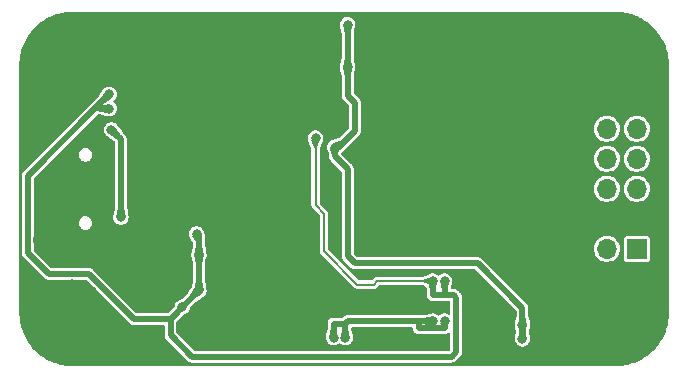
<source format=gbr>
%TF.GenerationSoftware,KiCad,Pcbnew,7.0.10*%
%TF.CreationDate,2024-01-22T13:51:10-08:00*%
%TF.ProjectId,esp32-prog,65737033-322d-4707-926f-672e6b696361,rev2*%
%TF.SameCoordinates,PX47868c0PY36d6160*%
%TF.FileFunction,Copper,L2,Bot*%
%TF.FilePolarity,Positive*%
%FSLAX46Y46*%
G04 Gerber Fmt 4.6, Leading zero omitted, Abs format (unit mm)*
G04 Created by KiCad (PCBNEW 7.0.10) date 2024-01-22 13:51:10*
%MOMM*%
%LPD*%
G01*
G04 APERTURE LIST*
%TA.AperFunction,ComponentPad*%
%ADD10O,2.100000X1.000000*%
%TD*%
%TA.AperFunction,ComponentPad*%
%ADD11O,1.600000X1.000000*%
%TD*%
%TA.AperFunction,ComponentPad*%
%ADD12C,5.700000*%
%TD*%
%TA.AperFunction,ComponentPad*%
%ADD13R,1.700000X1.700000*%
%TD*%
%TA.AperFunction,ComponentPad*%
%ADD14O,1.700000X1.700000*%
%TD*%
%TA.AperFunction,ViaPad*%
%ADD15C,0.800000*%
%TD*%
%TA.AperFunction,Conductor*%
%ADD16C,0.500000*%
%TD*%
%TA.AperFunction,Conductor*%
%ADD17C,0.203200*%
%TD*%
G04 APERTURE END LIST*
D10*
%TO.P,J1,S1,SHIELD*%
%TO.N,GND*%
X6130000Y-10680000D03*
D11*
X1950000Y-10680000D03*
D10*
X6130000Y-19320000D03*
D11*
X1950000Y-19320000D03*
%TD*%
D12*
%TO.P,H4,1,1*%
%TO.N,GND*%
X4500000Y-25500000D03*
%TD*%
%TO.P,H2,1,1*%
%TO.N,GND*%
X50500000Y-4500000D03*
%TD*%
%TO.P,H3,1,1*%
%TO.N,GND*%
X50500000Y-25500000D03*
%TD*%
D13*
%TO.P,J2,1,Pin_1*%
%TO.N,+5V*%
X52275000Y-20075000D03*
D14*
%TO.P,J2,2,Pin_2*%
%TO.N,+3.3V*%
X49735000Y-20075000D03*
%TO.P,J2,3,Pin_3*%
%TO.N,GND*%
X52275000Y-17535000D03*
%TO.P,J2,4,Pin_4*%
X49735000Y-17535000D03*
%TO.P,J2,5,Pin_5*%
%TO.N,/ESP_EN*%
X52275000Y-14995000D03*
%TO.P,J2,6,Pin_6*%
%TO.N,/ESP_BOOT*%
X49735000Y-14995000D03*
%TO.P,J2,7,Pin_7*%
%TO.N,/RXD*%
X52275000Y-12455000D03*
%TO.P,J2,8,Pin_8*%
%TO.N,/TXD*%
X49735000Y-12455000D03*
%TO.P,J2,9,Pin_9*%
%TO.N,unconnected-(J2-Pin_9-Pad9)*%
X52275000Y-9915000D03*
%TO.P,J2,10,Pin_10*%
%TO.N,unconnected-(J2-Pin_10-Pad10)*%
X49735000Y-9915000D03*
%TD*%
D12*
%TO.P,H1,1,1*%
%TO.N,GND*%
X4500000Y-4500000D03*
%TD*%
D15*
%TO.N,GND*%
X22400000Y-25000000D03*
%TO.N,VBUS*%
X36000000Y-22800000D03*
X15200000Y-20600000D03*
X15000000Y-18800000D03*
X7600000Y-8200000D03*
X15200000Y-23600000D03*
X35000000Y-22800000D03*
X25080000Y-10700000D03*
X7600000Y-7000000D03*
X13800000Y-25000000D03*
%TO.N,GND*%
X27200000Y-8400000D03*
X29600000Y-8100000D03*
X29800000Y-5500000D03*
X16000000Y-14000000D03*
X20000000Y-25800000D03*
X18000000Y-14000000D03*
X8800000Y-19000000D03*
X12800000Y-7000000D03*
X39250000Y-16500000D03*
X16400000Y-20800000D03*
X14400000Y-27200000D03*
X21325000Y-21300000D03*
X29800000Y-14500000D03*
X29800000Y-1871400D03*
X23200000Y-5400000D03*
X26100000Y-7300000D03*
X22900000Y-2100000D03*
X26100000Y-4100000D03*
X16000000Y-16000000D03*
X18800000Y-25800000D03*
X23000000Y-3100000D03*
X25600000Y-26000000D03*
X38199490Y-27495545D03*
X18800000Y-27800000D03*
X29800000Y-12300000D03*
X14000000Y-20800000D03*
X23200000Y-7500000D03*
X18000000Y-16000000D03*
X29700000Y-9900000D03*
X11200000Y-7000000D03*
X8800000Y-23600000D03*
X25600000Y-27910000D03*
X20000000Y-27800000D03*
X37200000Y-19000000D03*
X23200000Y-14300000D03*
X13350000Y-14175000D03*
X19475000Y-22600000D03*
X26000000Y-14100000D03*
X23200000Y-12400000D03*
X12800000Y-5800000D03*
X11200000Y-5800000D03*
X23000000Y-9900000D03*
%TO.N,+3.3VA*%
X26600000Y-27600000D03*
X36000000Y-26200000D03*
X27600000Y-27600000D03*
X35000000Y-26200000D03*
%TO.N,+3.3V*%
X26700000Y-11500000D03*
X42600000Y-27700000D03*
X42600000Y-26500000D03*
X27800000Y-4700000D03*
X27800000Y-1100000D03*
%TO.N,Net-(J1-VBUS-PadA4)*%
X7800000Y-10000000D03*
X8600000Y-17400000D03*
%TD*%
D16*
%TO.N,VBUS*%
X37000000Y-24200000D02*
X36800000Y-24000000D01*
X15200000Y-19000000D02*
X15000000Y-18800000D01*
D17*
X25800000Y-20300000D02*
X25800000Y-17100000D01*
D16*
X700000Y-13900000D02*
X6600000Y-8000000D01*
D17*
X28600000Y-23100000D02*
X25800000Y-20300000D01*
D16*
X35000000Y-24000000D02*
X35000000Y-22800000D01*
X15200000Y-20600000D02*
X15200000Y-23600000D01*
X12800000Y-26000000D02*
X9666905Y-26000000D01*
X12800000Y-27400000D02*
X14600000Y-29200000D01*
D17*
X30000000Y-23100000D02*
X28600000Y-23100000D01*
D16*
X6800000Y-8200000D02*
X6600000Y-8000000D01*
D17*
X25080000Y-16380000D02*
X25080000Y-10700000D01*
D16*
X9666905Y-26000000D02*
X5866905Y-22200000D01*
X14600000Y-29200000D02*
X36600000Y-29200000D01*
X15200000Y-20600000D02*
X15200000Y-19000000D01*
X37000000Y-28800000D02*
X37000000Y-24200000D01*
X7600000Y-7000000D02*
X6600000Y-8000000D01*
D17*
X35000000Y-22800000D02*
X30300000Y-22800000D01*
D16*
X7600000Y-8200000D02*
X6800000Y-8200000D01*
D17*
X25800000Y-17100000D02*
X25080000Y-16380000D01*
D16*
X2500000Y-22200000D02*
X700000Y-20400000D01*
X12800000Y-26000000D02*
X12800000Y-27400000D01*
X15200000Y-23600000D02*
X12800000Y-26000000D01*
X700000Y-20400000D02*
X700000Y-13900000D01*
X36000000Y-22800000D02*
X36000000Y-24000000D01*
X5866905Y-22200000D02*
X2500000Y-22200000D01*
X36800000Y-24000000D02*
X36000000Y-24000000D01*
X36600000Y-29200000D02*
X37000000Y-28800000D01*
X36000000Y-24000000D02*
X35000000Y-24000000D01*
D17*
X30300000Y-22800000D02*
X30000000Y-23100000D01*
D16*
%TO.N,+3.3VA*%
X35000000Y-26200000D02*
X33800000Y-26200000D01*
X26600000Y-27600000D02*
X26600000Y-26400000D01*
X27600000Y-27600000D02*
X27600000Y-26400000D01*
X36000000Y-26200000D02*
X36000000Y-26800000D01*
X33800000Y-26200000D02*
X27800000Y-26200000D01*
X27800000Y-26200000D02*
X27600000Y-26400000D01*
X26600000Y-26400000D02*
X27600000Y-26400000D01*
X33800000Y-26800000D02*
X33800000Y-26200000D01*
X36000000Y-26800000D02*
X33800000Y-26800000D01*
%TO.N,+3.3V*%
X27000000Y-11500000D02*
X26700000Y-11500000D01*
X38800000Y-21300000D02*
X42600000Y-25100000D01*
X27800000Y-1100000D02*
X27800000Y-4700000D01*
X26700000Y-11500000D02*
X26700000Y-12200000D01*
X42600000Y-27700000D02*
X42600000Y-26500000D01*
X27800000Y-4700000D02*
X27800000Y-7100000D01*
X27800000Y-20700000D02*
X28400000Y-21300000D01*
X27800000Y-7100000D02*
X28400000Y-7700000D01*
X42600000Y-25100000D02*
X42600000Y-26500000D01*
X28400000Y-10100000D02*
X27000000Y-11500000D01*
X26700000Y-12200000D02*
X27800000Y-13300000D01*
X27800000Y-13300000D02*
X27800000Y-20700000D01*
X28400000Y-21300000D02*
X38800000Y-21300000D01*
X28400000Y-7700000D02*
X28400000Y-10100000D01*
%TO.N,Net-(J1-VBUS-PadA4)*%
X8600000Y-10800000D02*
X7800000Y-10000000D01*
X8600000Y-17400000D02*
X8600000Y-10800000D01*
%TD*%
%TA.AperFunction,Conductor*%
%TO.N,GND*%
G36*
X4458691Y-4519407D02*
G01*
X4494655Y-4568907D01*
X4499500Y-4599500D01*
X4499500Y-6062507D01*
X4480593Y-6120698D01*
X4431093Y-6156662D01*
X4400500Y-6161507D01*
X4382904Y-6161507D01*
X4368149Y-6160401D01*
X4136583Y-6125498D01*
X4122157Y-6122206D01*
X3898367Y-6053175D01*
X3884593Y-6047769D01*
X3673604Y-5946162D01*
X3660790Y-5938764D01*
X3467288Y-5806837D01*
X3455720Y-5797611D01*
X3284053Y-5638328D01*
X3273989Y-5627481D01*
X3127976Y-5444386D01*
X3119641Y-5432161D01*
X3002546Y-5229347D01*
X2996125Y-5216015D01*
X2910566Y-4998012D01*
X2906205Y-4983874D01*
X2885947Y-4895117D01*
X2854092Y-4755552D01*
X2851889Y-4740929D01*
X2851490Y-4735608D01*
X2841845Y-4606898D01*
X2856351Y-4547457D01*
X2903025Y-4507895D01*
X2940568Y-4500500D01*
X4400500Y-4500500D01*
X4458691Y-4519407D01*
G37*
%TD.AperFunction*%
%TA.AperFunction,Conductor*%
G36*
X6117623Y-4519407D02*
G01*
X6153587Y-4568907D01*
X6158155Y-4606899D01*
X6148110Y-4740930D01*
X6145905Y-4755561D01*
X6093794Y-4983874D01*
X6089433Y-4998012D01*
X6003874Y-5216015D01*
X5997453Y-5229347D01*
X5880358Y-5432161D01*
X5872023Y-5444386D01*
X5726010Y-5627481D01*
X5715946Y-5638328D01*
X5544279Y-5797611D01*
X5532711Y-5806837D01*
X5339209Y-5938764D01*
X5326395Y-5946162D01*
X5115406Y-6047769D01*
X5101632Y-6053175D01*
X4877842Y-6122206D01*
X4863416Y-6125498D01*
X4631851Y-6160401D01*
X4617096Y-6161507D01*
X4599500Y-6161507D01*
X4541309Y-6142600D01*
X4505345Y-6093100D01*
X4500500Y-6062507D01*
X4500500Y-4599500D01*
X4519407Y-4541309D01*
X4568907Y-4505345D01*
X4599500Y-4500500D01*
X6059432Y-4500500D01*
X6117623Y-4519407D01*
G37*
%TD.AperFunction*%
%TA.AperFunction,Conductor*%
G36*
X4458691Y-2857400D02*
G01*
X4494655Y-2906900D01*
X4499500Y-2937493D01*
X4499500Y-4400500D01*
X4480593Y-4458691D01*
X4431093Y-4494655D01*
X4400500Y-4499500D01*
X2940568Y-4499500D01*
X2882377Y-4480593D01*
X2846413Y-4431093D01*
X2841845Y-4393102D01*
X2851889Y-4259070D01*
X2851890Y-4259069D01*
X2851889Y-4259063D01*
X2854092Y-4244449D01*
X2906206Y-4016119D01*
X2910566Y-4001987D01*
X2965327Y-3862458D01*
X2996128Y-3783977D01*
X3002546Y-3770652D01*
X3119641Y-3567838D01*
X3127976Y-3555613D01*
X3273989Y-3372518D01*
X3284044Y-3361680D01*
X3455723Y-3202385D01*
X3467284Y-3193164D01*
X3660792Y-3061233D01*
X3673596Y-3053841D01*
X3884601Y-2952226D01*
X3898364Y-2946825D01*
X4122166Y-2877790D01*
X4136574Y-2874503D01*
X4368149Y-2839598D01*
X4382904Y-2838493D01*
X4400500Y-2838493D01*
X4458691Y-2857400D01*
G37*
%TD.AperFunction*%
%TA.AperFunction,Conductor*%
G36*
X4631850Y-2839598D02*
G01*
X4863422Y-2874502D01*
X4877836Y-2877791D01*
X5071382Y-2937493D01*
X5101632Y-2946824D01*
X5115402Y-2952228D01*
X5133783Y-2961080D01*
X5326395Y-3053837D01*
X5339209Y-3061235D01*
X5532711Y-3193162D01*
X5544279Y-3202388D01*
X5715946Y-3361671D01*
X5726010Y-3372518D01*
X5872023Y-3555613D01*
X5880358Y-3567838D01*
X5997453Y-3770652D01*
X6003874Y-3783984D01*
X6089433Y-4001987D01*
X6093794Y-4016125D01*
X6145905Y-4244438D01*
X6148110Y-4259069D01*
X6158155Y-4393101D01*
X6143650Y-4452542D01*
X6096976Y-4492105D01*
X6059432Y-4499500D01*
X4599500Y-4499500D01*
X4541309Y-4480593D01*
X4505345Y-4431093D01*
X4500500Y-4400500D01*
X4500500Y-2937493D01*
X4519407Y-2879302D01*
X4568907Y-2843338D01*
X4599500Y-2838493D01*
X4617096Y-2838493D01*
X4631850Y-2839598D01*
G37*
%TD.AperFunction*%
%TA.AperFunction,Conductor*%
G36*
X50502152Y-593D02*
G01*
X50694462Y-8990D01*
X50694462Y-9035D01*
X50694709Y-9001D01*
X50694824Y-9006D01*
X50893924Y-18212D01*
X50902253Y-18951D01*
X51101247Y-45149D01*
X51101735Y-45215D01*
X51294609Y-72120D01*
X51302318Y-73510D01*
X51499169Y-117151D01*
X51500165Y-117379D01*
X51688788Y-161743D01*
X51695842Y-163681D01*
X51888467Y-224415D01*
X51889980Y-224907D01*
X52073302Y-286351D01*
X52079712Y-288749D01*
X52266435Y-366092D01*
X52268480Y-366968D01*
X52445050Y-444932D01*
X52450773Y-447681D01*
X52559352Y-504204D01*
X52630133Y-541050D01*
X52632534Y-542342D01*
X52801071Y-636217D01*
X52806070Y-639199D01*
X52976673Y-747884D01*
X52979401Y-749687D01*
X53138466Y-858649D01*
X53142757Y-861761D01*
X53303264Y-984922D01*
X53306242Y-987300D01*
X53382916Y-1050969D01*
X53454555Y-1110457D01*
X53458149Y-1113593D01*
X53607322Y-1250285D01*
X53610418Y-1253248D01*
X53746750Y-1389580D01*
X53749716Y-1392679D01*
X53886401Y-1541844D01*
X53889551Y-1545455D01*
X54012698Y-1693756D01*
X54015076Y-1696734D01*
X54138228Y-1857228D01*
X54141349Y-1861532D01*
X54250311Y-2020597D01*
X54252132Y-2023353D01*
X54360799Y-2193928D01*
X54363792Y-2198946D01*
X54457623Y-2367404D01*
X54458948Y-2369865D01*
X54552316Y-2549223D01*
X54555066Y-2554948D01*
X54633030Y-2731518D01*
X54633930Y-2733621D01*
X54711248Y-2920285D01*
X54713652Y-2926709D01*
X54775062Y-3109931D01*
X54775612Y-3111622D01*
X54836310Y-3304132D01*
X54838262Y-3311236D01*
X54882588Y-3499698D01*
X54882871Y-3500937D01*
X54926484Y-3697663D01*
X54927882Y-3705413D01*
X54954769Y-3898163D01*
X54954871Y-3898918D01*
X54981046Y-4097736D01*
X54981787Y-4106086D01*
X54990997Y-4305281D01*
X54991002Y-4305535D01*
X54991009Y-4305535D01*
X54999406Y-4497847D01*
X54999500Y-4502166D01*
X54999500Y-25497833D01*
X54999406Y-25502152D01*
X54991009Y-25694464D01*
X54990997Y-25694717D01*
X54981787Y-25893912D01*
X54981046Y-25902262D01*
X54954871Y-26101080D01*
X54954769Y-26101835D01*
X54927882Y-26294585D01*
X54926484Y-26302335D01*
X54882871Y-26499061D01*
X54882588Y-26500300D01*
X54838262Y-26688762D01*
X54836310Y-26695866D01*
X54775612Y-26888376D01*
X54775062Y-26890067D01*
X54713652Y-27073289D01*
X54711248Y-27079713D01*
X54633930Y-27266377D01*
X54633030Y-27268480D01*
X54555066Y-27445050D01*
X54552316Y-27450775D01*
X54458948Y-27630133D01*
X54457623Y-27632594D01*
X54363792Y-27801052D01*
X54360799Y-27806070D01*
X54252132Y-27976645D01*
X54250311Y-27979401D01*
X54141349Y-28138466D01*
X54138216Y-28142786D01*
X54015076Y-28303264D01*
X54012698Y-28306242D01*
X53889551Y-28454543D01*
X53886377Y-28458181D01*
X53749736Y-28607298D01*
X53746750Y-28610418D01*
X53610418Y-28746750D01*
X53607298Y-28749736D01*
X53458181Y-28886377D01*
X53454543Y-28889551D01*
X53306242Y-29012698D01*
X53303264Y-29015076D01*
X53142786Y-29138216D01*
X53138466Y-29141349D01*
X52979401Y-29250311D01*
X52976645Y-29252132D01*
X52806070Y-29360799D01*
X52801052Y-29363792D01*
X52632594Y-29457623D01*
X52630133Y-29458948D01*
X52450775Y-29552316D01*
X52445050Y-29555066D01*
X52268480Y-29633030D01*
X52266377Y-29633930D01*
X52079713Y-29711248D01*
X52073289Y-29713652D01*
X51890067Y-29775062D01*
X51888376Y-29775612D01*
X51695866Y-29836310D01*
X51688762Y-29838262D01*
X51500300Y-29882588D01*
X51499061Y-29882871D01*
X51302335Y-29926484D01*
X51294585Y-29927882D01*
X51101835Y-29954769D01*
X51101080Y-29954871D01*
X50902262Y-29981046D01*
X50893912Y-29981787D01*
X50694717Y-29990997D01*
X50694464Y-29991009D01*
X50502153Y-29999406D01*
X50497834Y-29999500D01*
X4502166Y-29999500D01*
X4497847Y-29999406D01*
X4305535Y-29991009D01*
X4305535Y-29991002D01*
X4305281Y-29990997D01*
X4106086Y-29981787D01*
X4097736Y-29981046D01*
X3898918Y-29954871D01*
X3898163Y-29954769D01*
X3705413Y-29927882D01*
X3697663Y-29926484D01*
X3500937Y-29882871D01*
X3499698Y-29882588D01*
X3311236Y-29838262D01*
X3304132Y-29836310D01*
X3111622Y-29775612D01*
X3109931Y-29775062D01*
X2926709Y-29713652D01*
X2920285Y-29711248D01*
X2733621Y-29633930D01*
X2731518Y-29633030D01*
X2554948Y-29555066D01*
X2549223Y-29552316D01*
X2369865Y-29458948D01*
X2367404Y-29457623D01*
X2198946Y-29363792D01*
X2193928Y-29360799D01*
X2023353Y-29252132D01*
X2020597Y-29250311D01*
X1861532Y-29141349D01*
X1857228Y-29138228D01*
X1696734Y-29015076D01*
X1693756Y-29012698D01*
X1545455Y-28889551D01*
X1541844Y-28886401D01*
X1392679Y-28749716D01*
X1389580Y-28746750D01*
X1253248Y-28610418D01*
X1250285Y-28607322D01*
X1113593Y-28458149D01*
X1110457Y-28454555D01*
X992659Y-28312696D01*
X987300Y-28306242D01*
X984922Y-28303264D01*
X861761Y-28142757D01*
X858649Y-28138466D01*
X749687Y-27979401D01*
X747884Y-27976673D01*
X639199Y-27806070D01*
X636217Y-27801071D01*
X542342Y-27632534D01*
X541050Y-27630133D01*
X540590Y-27629250D01*
X447681Y-27450773D01*
X444932Y-27445050D01*
X366968Y-27268480D01*
X366092Y-27266435D01*
X288749Y-27079712D01*
X286351Y-27073302D01*
X224907Y-26889980D01*
X224415Y-26888467D01*
X163681Y-26695842D01*
X161743Y-26688788D01*
X117379Y-26500165D01*
X117151Y-26499169D01*
X73510Y-26302318D01*
X72120Y-26294609D01*
X45215Y-26101735D01*
X45127Y-26101080D01*
X44892Y-26099298D01*
X18951Y-25902253D01*
X18211Y-25893912D01*
X17173Y-25871470D01*
X8992Y-25694519D01*
X593Y-25502152D01*
X500Y-25497835D01*
X500Y-20407437D01*
X9274Y-20380430D01*
X8868Y-20379975D01*
X7642Y-20374138D01*
X188675Y-20374138D01*
X198248Y-20400374D01*
X199248Y-20414355D01*
X199500Y-20421418D01*
X199500Y-20435799D01*
X201547Y-20450040D01*
X202302Y-20457062D01*
X205908Y-20507483D01*
X208533Y-20514520D01*
X213764Y-20535014D01*
X214834Y-20542454D01*
X214835Y-20542457D01*
X235835Y-20588441D01*
X238539Y-20594970D01*
X256202Y-20642327D01*
X256203Y-20642328D01*
X256204Y-20642331D01*
X259918Y-20647293D01*
X260708Y-20648348D01*
X271501Y-20666538D01*
X274623Y-20673373D01*
X307736Y-20711588D01*
X312140Y-20717052D01*
X320779Y-20728593D01*
X320781Y-20728595D01*
X330962Y-20738777D01*
X335764Y-20743934D01*
X358787Y-20770504D01*
X368873Y-20782144D01*
X375183Y-20786199D01*
X391666Y-20799480D01*
X2100518Y-22508332D01*
X2113796Y-22524810D01*
X2117856Y-22531127D01*
X2117857Y-22531128D01*
X2156058Y-22564229D01*
X2161217Y-22569031D01*
X2171406Y-22579220D01*
X2171416Y-22579227D01*
X2171419Y-22579230D01*
X2182922Y-22587841D01*
X2188426Y-22592276D01*
X2215814Y-22616007D01*
X2226627Y-22625377D01*
X2233456Y-22628495D01*
X2251657Y-22639294D01*
X2257669Y-22643795D01*
X2305043Y-22661464D01*
X2311542Y-22664156D01*
X2357543Y-22685165D01*
X2364977Y-22686233D01*
X2385484Y-22691467D01*
X2392517Y-22694091D01*
X2442944Y-22697696D01*
X2449934Y-22698448D01*
X2464201Y-22700500D01*
X2478591Y-22700500D01*
X2485652Y-22700751D01*
X2536073Y-22704358D01*
X2543410Y-22702761D01*
X2564453Y-22700500D01*
X5618583Y-22700500D01*
X5676774Y-22719407D01*
X5688587Y-22729496D01*
X9267423Y-26308332D01*
X9280701Y-26324810D01*
X9284761Y-26331127D01*
X9284762Y-26331128D01*
X9322963Y-26364229D01*
X9328122Y-26369031D01*
X9338312Y-26379221D01*
X9338315Y-26379223D01*
X9349835Y-26387847D01*
X9355337Y-26392281D01*
X9393529Y-26425375D01*
X9393530Y-26425375D01*
X9393532Y-26425377D01*
X9400359Y-26428495D01*
X9418556Y-26439291D01*
X9422709Y-26442400D01*
X9424575Y-26443797D01*
X9471934Y-26461460D01*
X9478465Y-26464165D01*
X9490090Y-26469473D01*
X9524448Y-26485165D01*
X9531883Y-26486233D01*
X9552389Y-26491468D01*
X9553937Y-26492045D01*
X9559422Y-26494091D01*
X9559420Y-26494091D01*
X9566867Y-26494623D01*
X9609862Y-26497698D01*
X9616858Y-26498451D01*
X9631106Y-26500500D01*
X9645486Y-26500500D01*
X9652549Y-26500752D01*
X9702978Y-26504359D01*
X9709375Y-26502967D01*
X9710315Y-26502763D01*
X9731361Y-26500500D01*
X12200500Y-26500500D01*
X12258691Y-26519407D01*
X12294655Y-26568907D01*
X12299500Y-26599500D01*
X12299500Y-27335542D01*
X12297238Y-27356585D01*
X12295641Y-27363926D01*
X12299248Y-27414355D01*
X12299500Y-27421418D01*
X12299500Y-27435799D01*
X12301547Y-27450040D01*
X12302302Y-27457062D01*
X12305908Y-27507483D01*
X12308533Y-27514520D01*
X12313764Y-27535014D01*
X12314834Y-27542454D01*
X12314835Y-27542457D01*
X12335835Y-27588441D01*
X12338539Y-27594970D01*
X12356202Y-27642327D01*
X12356203Y-27642328D01*
X12356204Y-27642331D01*
X12359918Y-27647293D01*
X12360708Y-27648348D01*
X12371501Y-27666538D01*
X12374623Y-27673373D01*
X12407736Y-27711588D01*
X12412140Y-27717052D01*
X12420779Y-27728593D01*
X12420781Y-27728595D01*
X12430962Y-27738777D01*
X12435764Y-27743934D01*
X12446928Y-27756818D01*
X12468873Y-27782144D01*
X12475183Y-27786199D01*
X12491666Y-27799480D01*
X14200518Y-29508332D01*
X14213796Y-29524810D01*
X14217856Y-29531127D01*
X14217857Y-29531128D01*
X14256058Y-29564229D01*
X14261217Y-29569031D01*
X14271406Y-29579220D01*
X14271416Y-29579227D01*
X14271419Y-29579230D01*
X14282922Y-29587841D01*
X14288426Y-29592276D01*
X14315814Y-29616007D01*
X14326627Y-29625377D01*
X14333456Y-29628495D01*
X14351657Y-29639294D01*
X14357669Y-29643795D01*
X14405043Y-29661464D01*
X14411542Y-29664156D01*
X14457543Y-29685165D01*
X14464977Y-29686233D01*
X14485484Y-29691467D01*
X14492517Y-29694091D01*
X14542944Y-29697696D01*
X14549934Y-29698448D01*
X14564201Y-29700500D01*
X14578591Y-29700500D01*
X14585652Y-29700751D01*
X14636073Y-29704358D01*
X14643410Y-29702761D01*
X14664453Y-29700500D01*
X36535544Y-29700500D01*
X36556590Y-29702763D01*
X36557830Y-29703032D01*
X36563927Y-29704359D01*
X36614356Y-29700752D01*
X36621419Y-29700500D01*
X36635799Y-29700500D01*
X36650043Y-29698451D01*
X36657043Y-29697698D01*
X36707483Y-29694091D01*
X36714515Y-29691467D01*
X36735022Y-29686233D01*
X36742457Y-29685165D01*
X36788450Y-29664159D01*
X36794952Y-29661466D01*
X36842331Y-29643796D01*
X36848342Y-29639296D01*
X36866549Y-29628492D01*
X36873373Y-29625377D01*
X36911589Y-29592261D01*
X36917053Y-29587858D01*
X36928593Y-29579221D01*
X36938777Y-29569035D01*
X36943921Y-29564245D01*
X36982143Y-29531128D01*
X36986203Y-29524810D01*
X36999477Y-29508335D01*
X37308335Y-29199477D01*
X37324811Y-29186202D01*
X37331128Y-29182143D01*
X37364257Y-29143908D01*
X37369033Y-29138779D01*
X37379220Y-29128594D01*
X37387849Y-29117064D01*
X37392260Y-29111590D01*
X37425377Y-29073373D01*
X37428494Y-29066546D01*
X37439294Y-29048341D01*
X37443795Y-29042331D01*
X37461473Y-28994932D01*
X37464150Y-28988471D01*
X37485165Y-28942457D01*
X37486232Y-28935027D01*
X37491470Y-28914510D01*
X37492280Y-28912335D01*
X37494091Y-28907483D01*
X37497696Y-28857057D01*
X37498448Y-28850065D01*
X37500500Y-28835799D01*
X37500500Y-28821408D01*
X37500752Y-28814346D01*
X37504358Y-28763927D01*
X37502762Y-28756589D01*
X37500500Y-28735546D01*
X37500500Y-24264456D01*
X37502763Y-24243408D01*
X37504359Y-24236073D01*
X37500752Y-24185643D01*
X37500500Y-24178580D01*
X37500500Y-24164201D01*
X37500331Y-24163028D01*
X37498451Y-24149953D01*
X37497698Y-24142957D01*
X37494091Y-24092517D01*
X37492250Y-24087582D01*
X37491468Y-24085484D01*
X37486233Y-24064975D01*
X37485165Y-24057543D01*
X37464165Y-24011560D01*
X37461460Y-24005029D01*
X37443797Y-23957670D01*
X37442644Y-23956131D01*
X37439291Y-23951651D01*
X37428495Y-23933454D01*
X37425377Y-23926627D01*
X37425375Y-23926625D01*
X37425375Y-23926624D01*
X37392281Y-23888432D01*
X37387847Y-23882930D01*
X37379223Y-23871410D01*
X37379221Y-23871407D01*
X37369031Y-23861217D01*
X37364229Y-23856058D01*
X37331128Y-23817857D01*
X37331127Y-23817856D01*
X37324810Y-23813796D01*
X37308332Y-23800518D01*
X37199480Y-23691666D01*
X37186199Y-23675183D01*
X37182144Y-23668873D01*
X37182143Y-23668872D01*
X37143934Y-23635764D01*
X37138777Y-23630962D01*
X37128595Y-23620781D01*
X37128593Y-23620779D01*
X37117052Y-23612140D01*
X37111588Y-23607736D01*
X37073373Y-23574623D01*
X37066538Y-23571501D01*
X37048348Y-23560708D01*
X37047293Y-23559918D01*
X37042331Y-23556204D01*
X37042328Y-23556203D01*
X37042327Y-23556202D01*
X36994970Y-23538539D01*
X36988441Y-23535835D01*
X36942457Y-23514835D01*
X36942454Y-23514834D01*
X36935014Y-23513764D01*
X36914520Y-23508533D01*
X36907482Y-23505908D01*
X36907483Y-23505908D01*
X36857062Y-23502302D01*
X36850040Y-23501547D01*
X36835799Y-23499500D01*
X36821419Y-23499500D01*
X36814356Y-23499248D01*
X36810455Y-23498969D01*
X36763927Y-23495641D01*
X36763926Y-23495641D01*
X36763925Y-23495641D01*
X36756590Y-23497237D01*
X36735544Y-23499500D01*
X36648083Y-23499500D01*
X36589892Y-23480593D01*
X36553928Y-23431093D01*
X36550779Y-23382256D01*
X36550883Y-23381701D01*
X36623367Y-22995116D01*
X36628098Y-22978275D01*
X36636237Y-22956818D01*
X36646305Y-22873896D01*
X36647279Y-22867587D01*
X36648532Y-22860905D01*
X36651786Y-22837739D01*
X36651986Y-22835612D01*
X36652492Y-22825098D01*
X36653094Y-22817980D01*
X36655278Y-22800000D01*
X36636237Y-22643182D01*
X36580220Y-22495477D01*
X36535351Y-22430473D01*
X36490484Y-22365471D01*
X36372241Y-22260718D01*
X36372240Y-22260717D01*
X36254385Y-22198861D01*
X36232364Y-22187303D01*
X36078987Y-22149500D01*
X36078985Y-22149500D01*
X35921015Y-22149500D01*
X35921012Y-22149500D01*
X35767635Y-22187303D01*
X35627755Y-22260719D01*
X35565648Y-22315741D01*
X35509554Y-22340176D01*
X35449810Y-22326972D01*
X35434352Y-22315741D01*
X35372244Y-22260719D01*
X35232364Y-22187303D01*
X35078987Y-22149500D01*
X35078985Y-22149500D01*
X34921015Y-22149500D01*
X34921012Y-22149500D01*
X34767638Y-22187303D01*
X34767627Y-22187307D01*
X34762688Y-22189899D01*
X34742866Y-22196909D01*
X34743030Y-22197448D01*
X34738381Y-22198858D01*
X34155298Y-22440365D01*
X34117414Y-22447900D01*
X30346791Y-22447900D01*
X30326476Y-22445793D01*
X30314753Y-22443335D01*
X30314752Y-22443335D01*
X30297933Y-22445431D01*
X30284227Y-22447140D01*
X30271983Y-22447900D01*
X30270819Y-22447900D01*
X30251267Y-22451162D01*
X30247224Y-22451751D01*
X30198145Y-22457870D01*
X30191093Y-22459969D01*
X30184090Y-22462373D01*
X30140597Y-22485909D01*
X30136966Y-22487778D01*
X30092576Y-22509480D01*
X30086525Y-22513801D01*
X30080747Y-22518298D01*
X30047242Y-22554693D01*
X30044411Y-22557643D01*
X29883153Y-22718903D01*
X29828637Y-22746681D01*
X29813149Y-22747900D01*
X28786852Y-22747900D01*
X28728661Y-22728993D01*
X28716848Y-22718904D01*
X26181096Y-20183152D01*
X26153319Y-20128635D01*
X26152100Y-20113148D01*
X26152100Y-17146790D01*
X26154207Y-17126474D01*
X26156665Y-17114752D01*
X26152860Y-17084226D01*
X26152100Y-17071982D01*
X26152100Y-17070818D01*
X26148835Y-17051256D01*
X26148244Y-17047204D01*
X26142128Y-16998139D01*
X26140028Y-16991085D01*
X26137628Y-16984095D01*
X26137627Y-16984093D01*
X26137627Y-16984092D01*
X26114083Y-16940587D01*
X26112236Y-16936997D01*
X26090520Y-16892576D01*
X26086224Y-16886560D01*
X26081700Y-16880747D01*
X26081699Y-16880745D01*
X26081696Y-16880742D01*
X26045330Y-16847264D01*
X26042377Y-16844432D01*
X25461096Y-16263151D01*
X25433319Y-16208634D01*
X25432100Y-16193147D01*
X25432100Y-11582582D01*
X25439635Y-11544698D01*
X25458148Y-11500001D01*
X26044722Y-11500001D01*
X26063763Y-11656818D01*
X26084508Y-11711521D01*
X26090181Y-11734385D01*
X26091354Y-11743800D01*
X26091355Y-11743808D01*
X26194466Y-12054687D01*
X26199500Y-12085853D01*
X26199500Y-12135542D01*
X26197238Y-12156585D01*
X26195641Y-12163926D01*
X26199248Y-12214355D01*
X26199500Y-12221418D01*
X26199500Y-12235799D01*
X26201547Y-12250040D01*
X26202302Y-12257062D01*
X26205908Y-12307483D01*
X26208533Y-12314520D01*
X26213764Y-12335014D01*
X26214834Y-12342454D01*
X26214835Y-12342457D01*
X26235835Y-12388441D01*
X26238539Y-12394970D01*
X26256202Y-12442327D01*
X26256203Y-12442328D01*
X26256204Y-12442331D01*
X26259918Y-12447293D01*
X26260708Y-12448348D01*
X26271501Y-12466538D01*
X26274623Y-12473373D01*
X26307736Y-12511588D01*
X26312140Y-12517052D01*
X26320779Y-12528593D01*
X26320781Y-12528595D01*
X26330962Y-12538777D01*
X26335764Y-12543934D01*
X26368872Y-12582143D01*
X26368873Y-12582144D01*
X26375183Y-12586199D01*
X26391666Y-12599480D01*
X27270504Y-13478318D01*
X27298281Y-13532835D01*
X27299500Y-13548322D01*
X27299500Y-20635542D01*
X27297238Y-20656585D01*
X27295641Y-20663926D01*
X27299248Y-20714355D01*
X27299500Y-20721418D01*
X27299500Y-20735799D01*
X27301547Y-20750040D01*
X27302302Y-20757062D01*
X27305908Y-20807483D01*
X27308533Y-20814520D01*
X27313764Y-20835014D01*
X27314834Y-20842454D01*
X27314835Y-20842457D01*
X27335835Y-20888441D01*
X27338539Y-20894970D01*
X27356202Y-20942327D01*
X27356203Y-20942328D01*
X27356204Y-20942331D01*
X27359918Y-20947293D01*
X27360708Y-20948348D01*
X27371501Y-20966538D01*
X27374623Y-20973373D01*
X27407736Y-21011588D01*
X27412140Y-21017052D01*
X27420779Y-21028593D01*
X27420781Y-21028595D01*
X27430962Y-21038777D01*
X27435764Y-21043934D01*
X27453452Y-21064347D01*
X27468873Y-21082144D01*
X27475183Y-21086199D01*
X27491666Y-21099480D01*
X28000518Y-21608332D01*
X28013796Y-21624810D01*
X28017856Y-21631127D01*
X28017857Y-21631128D01*
X28056058Y-21664229D01*
X28061217Y-21669031D01*
X28071407Y-21679221D01*
X28071410Y-21679223D01*
X28082930Y-21687847D01*
X28088432Y-21692281D01*
X28126624Y-21725375D01*
X28126625Y-21725375D01*
X28126627Y-21725377D01*
X28133454Y-21728495D01*
X28151651Y-21739291D01*
X28156131Y-21742644D01*
X28157670Y-21743797D01*
X28205029Y-21761460D01*
X28211560Y-21764165D01*
X28257543Y-21785165D01*
X28264978Y-21786233D01*
X28285484Y-21791468D01*
X28287032Y-21792045D01*
X28292517Y-21794091D01*
X28292515Y-21794091D01*
X28299962Y-21794623D01*
X28342957Y-21797698D01*
X28349953Y-21798451D01*
X28364201Y-21800500D01*
X28378581Y-21800500D01*
X28385644Y-21800752D01*
X28436073Y-21804359D01*
X28442470Y-21802967D01*
X28443410Y-21802763D01*
X28464456Y-21800500D01*
X38551678Y-21800500D01*
X38609869Y-21819407D01*
X38621682Y-21829496D01*
X42070504Y-25278318D01*
X42098281Y-25332835D01*
X42099500Y-25348322D01*
X42099500Y-25640383D01*
X42097804Y-25658628D01*
X41976631Y-26304878D01*
X41971895Y-26321735D01*
X41963764Y-26343176D01*
X41963763Y-26343181D01*
X41953696Y-26426084D01*
X41952724Y-26432386D01*
X41951467Y-26439093D01*
X41949867Y-26450487D01*
X41948213Y-26462260D01*
X41948212Y-26462266D01*
X41948014Y-26464378D01*
X41948010Y-26464424D01*
X41947507Y-26474888D01*
X41946900Y-26482059D01*
X41944722Y-26499998D01*
X41944722Y-26500002D01*
X41950733Y-26549509D01*
X41951178Y-26557597D01*
X41951467Y-26560909D01*
X41952723Y-26567604D01*
X41953697Y-26573917D01*
X41963763Y-26656818D01*
X41963763Y-26656820D01*
X41971894Y-26678261D01*
X41976630Y-26695117D01*
X42049125Y-27081754D01*
X42049125Y-27118244D01*
X41976631Y-27504877D01*
X41971896Y-27521732D01*
X41963764Y-27543177D01*
X41963763Y-27543181D01*
X41953696Y-27626084D01*
X41952724Y-27632386D01*
X41951467Y-27639093D01*
X41950167Y-27648348D01*
X41948213Y-27662260D01*
X41948212Y-27662266D01*
X41948014Y-27664378D01*
X41948010Y-27664424D01*
X41947507Y-27674888D01*
X41946900Y-27682059D01*
X41944722Y-27699998D01*
X41944722Y-27700002D01*
X41963762Y-27856816D01*
X41963763Y-27856818D01*
X42009207Y-27976645D01*
X42019780Y-28004523D01*
X42109515Y-28134528D01*
X42109516Y-28134529D01*
X42109517Y-28134530D01*
X42227760Y-28239283D01*
X42367635Y-28312696D01*
X42521015Y-28350500D01*
X42521018Y-28350500D01*
X42678982Y-28350500D01*
X42678985Y-28350500D01*
X42832365Y-28312696D01*
X42972240Y-28239283D01*
X43090483Y-28134530D01*
X43180220Y-28004523D01*
X43236237Y-27856818D01*
X43255278Y-27700000D01*
X43249265Y-27650484D01*
X43248821Y-27642400D01*
X43248532Y-27639098D01*
X43248531Y-27639097D01*
X43248532Y-27639094D01*
X43247278Y-27632408D01*
X43246303Y-27626089D01*
X43246302Y-27626084D01*
X43236237Y-27543182D01*
X43228102Y-27521732D01*
X43223366Y-27504877D01*
X43150872Y-27118239D01*
X43150872Y-27081758D01*
X43223366Y-26695120D01*
X43228100Y-26678273D01*
X43236237Y-26656818D01*
X43246305Y-26573896D01*
X43247279Y-26567587D01*
X43248532Y-26560905D01*
X43251786Y-26537739D01*
X43251986Y-26535612D01*
X43252492Y-26525098D01*
X43253094Y-26517980D01*
X43255278Y-26500000D01*
X43249265Y-26450484D01*
X43248821Y-26442400D01*
X43248532Y-26439098D01*
X43248531Y-26439097D01*
X43248532Y-26439094D01*
X43247278Y-26432408D01*
X43246303Y-26426089D01*
X43242198Y-26392281D01*
X43236237Y-26343182D01*
X43228102Y-26321732D01*
X43223366Y-26304878D01*
X43158627Y-25959600D01*
X43102230Y-25658807D01*
X43102882Y-25658684D01*
X43100500Y-25640435D01*
X43100500Y-25164456D01*
X43102763Y-25143408D01*
X43104359Y-25136073D01*
X43100752Y-25085643D01*
X43100500Y-25078580D01*
X43100500Y-25064201D01*
X43098451Y-25049953D01*
X43097698Y-25042957D01*
X43094091Y-24992517D01*
X43091468Y-24985484D01*
X43086233Y-24964975D01*
X43085165Y-24957543D01*
X43064165Y-24911560D01*
X43061460Y-24905029D01*
X43043797Y-24857670D01*
X43042644Y-24856131D01*
X43039291Y-24851651D01*
X43028495Y-24833454D01*
X43025377Y-24826627D01*
X43025375Y-24826625D01*
X43025375Y-24826624D01*
X42992281Y-24788432D01*
X42987847Y-24782930D01*
X42979223Y-24771410D01*
X42979221Y-24771407D01*
X42969031Y-24761217D01*
X42964229Y-24756058D01*
X42931128Y-24717857D01*
X42931127Y-24717856D01*
X42924810Y-24713796D01*
X42908332Y-24700518D01*
X39199480Y-20991666D01*
X39186199Y-20975183D01*
X39182144Y-20968873D01*
X39168420Y-20956981D01*
X39143934Y-20935764D01*
X39138777Y-20930962D01*
X39128595Y-20920781D01*
X39128593Y-20920779D01*
X39117052Y-20912140D01*
X39111588Y-20907736D01*
X39073373Y-20874623D01*
X39066538Y-20871501D01*
X39048348Y-20860708D01*
X39047293Y-20859918D01*
X39042331Y-20856204D01*
X39042328Y-20856203D01*
X39042327Y-20856202D01*
X38994970Y-20838539D01*
X38988441Y-20835835D01*
X38942457Y-20814835D01*
X38942454Y-20814834D01*
X38935014Y-20813764D01*
X38914520Y-20808533D01*
X38907482Y-20805908D01*
X38907483Y-20805908D01*
X38857062Y-20802302D01*
X38850040Y-20801547D01*
X38835799Y-20799500D01*
X38821419Y-20799500D01*
X38814356Y-20799248D01*
X38810455Y-20798969D01*
X38763927Y-20795641D01*
X38763926Y-20795641D01*
X38763925Y-20795641D01*
X38756590Y-20797237D01*
X38735544Y-20799500D01*
X28648322Y-20799500D01*
X28590131Y-20780593D01*
X28578318Y-20770504D01*
X28329496Y-20521682D01*
X28301719Y-20467165D01*
X28300500Y-20451678D01*
X28300500Y-20075000D01*
X48629785Y-20075000D01*
X48648603Y-20278083D01*
X48702402Y-20467165D01*
X48704419Y-20474252D01*
X48748241Y-20562260D01*
X48795327Y-20656821D01*
X48918236Y-20819579D01*
X49068959Y-20956981D01*
X49242363Y-21064348D01*
X49432544Y-21138024D01*
X49633024Y-21175500D01*
X49836976Y-21175500D01*
X50037456Y-21138024D01*
X50227637Y-21064348D01*
X50401041Y-20956981D01*
X50409059Y-20949672D01*
X51174500Y-20949672D01*
X51174501Y-20949684D01*
X51189033Y-21022736D01*
X51189035Y-21022742D01*
X51244397Y-21105599D01*
X51244399Y-21105601D01*
X51327260Y-21160966D01*
X51382808Y-21172015D01*
X51400315Y-21175498D01*
X51400320Y-21175498D01*
X51400326Y-21175500D01*
X51400327Y-21175500D01*
X53149673Y-21175500D01*
X53149674Y-21175500D01*
X53222740Y-21160966D01*
X53305601Y-21105601D01*
X53360966Y-21022740D01*
X53375500Y-20949674D01*
X53375500Y-19200326D01*
X53360966Y-19127260D01*
X53325385Y-19074008D01*
X53305602Y-19044400D01*
X53305599Y-19044397D01*
X53222742Y-18989035D01*
X53222740Y-18989034D01*
X53222737Y-18989033D01*
X53222736Y-18989033D01*
X53149684Y-18974501D01*
X53149674Y-18974500D01*
X51400326Y-18974500D01*
X51400325Y-18974500D01*
X51400315Y-18974501D01*
X51327263Y-18989033D01*
X51327257Y-18989035D01*
X51244400Y-19044397D01*
X51244397Y-19044400D01*
X51189035Y-19127257D01*
X51189033Y-19127263D01*
X51174501Y-19200315D01*
X51174500Y-19200327D01*
X51174500Y-20949672D01*
X50409059Y-20949672D01*
X50551764Y-20819579D01*
X50674673Y-20656821D01*
X50765582Y-20474250D01*
X50821397Y-20278083D01*
X50840215Y-20075000D01*
X50821397Y-19871917D01*
X50765582Y-19675750D01*
X50674673Y-19493179D01*
X50551764Y-19330421D01*
X50401041Y-19193019D01*
X50227637Y-19085652D01*
X50037456Y-19011976D01*
X50037455Y-19011975D01*
X50037453Y-19011975D01*
X49836976Y-18974500D01*
X49633024Y-18974500D01*
X49432546Y-19011975D01*
X49370342Y-19036073D01*
X49242363Y-19085652D01*
X49175164Y-19127260D01*
X49068959Y-19193019D01*
X48918237Y-19330420D01*
X48795328Y-19493177D01*
X48795323Y-19493186D01*
X48723292Y-19637845D01*
X48704418Y-19675750D01*
X48648603Y-19871917D01*
X48629785Y-20075000D01*
X28300500Y-20075000D01*
X28300500Y-14995000D01*
X48629785Y-14995000D01*
X48648603Y-15198083D01*
X48704418Y-15394250D01*
X48795327Y-15576821D01*
X48918236Y-15739579D01*
X49068959Y-15876981D01*
X49242363Y-15984348D01*
X49432544Y-16058024D01*
X49633024Y-16095500D01*
X49836976Y-16095500D01*
X50037456Y-16058024D01*
X50227637Y-15984348D01*
X50401041Y-15876981D01*
X50551764Y-15739579D01*
X50674673Y-15576821D01*
X50765582Y-15394250D01*
X50821397Y-15198083D01*
X50840215Y-14995000D01*
X51169785Y-14995000D01*
X51188603Y-15198083D01*
X51244418Y-15394250D01*
X51335327Y-15576821D01*
X51458236Y-15739579D01*
X51608959Y-15876981D01*
X51782363Y-15984348D01*
X51972544Y-16058024D01*
X52173024Y-16095500D01*
X52376976Y-16095500D01*
X52577456Y-16058024D01*
X52767637Y-15984348D01*
X52941041Y-15876981D01*
X53091764Y-15739579D01*
X53214673Y-15576821D01*
X53305582Y-15394250D01*
X53361397Y-15198083D01*
X53380215Y-14995000D01*
X53361397Y-14791917D01*
X53305582Y-14595750D01*
X53214673Y-14413179D01*
X53091764Y-14250421D01*
X52941041Y-14113019D01*
X52767637Y-14005652D01*
X52577456Y-13931976D01*
X52577455Y-13931975D01*
X52577453Y-13931975D01*
X52376976Y-13894500D01*
X52173024Y-13894500D01*
X51972546Y-13931975D01*
X51961968Y-13936073D01*
X51782363Y-14005652D01*
X51665005Y-14078317D01*
X51608959Y-14113019D01*
X51458237Y-14250420D01*
X51335328Y-14413177D01*
X51335323Y-14413186D01*
X51244419Y-14595747D01*
X51244418Y-14595750D01*
X51188603Y-14791917D01*
X51169785Y-14995000D01*
X50840215Y-14995000D01*
X50821397Y-14791917D01*
X50765582Y-14595750D01*
X50674673Y-14413179D01*
X50551764Y-14250421D01*
X50401041Y-14113019D01*
X50227637Y-14005652D01*
X50037456Y-13931976D01*
X50037455Y-13931975D01*
X50037453Y-13931975D01*
X49836976Y-13894500D01*
X49633024Y-13894500D01*
X49432546Y-13931975D01*
X49421968Y-13936073D01*
X49242363Y-14005652D01*
X49125005Y-14078317D01*
X49068959Y-14113019D01*
X48918237Y-14250420D01*
X48795328Y-14413177D01*
X48795323Y-14413186D01*
X48704419Y-14595747D01*
X48704418Y-14595750D01*
X48648603Y-14791917D01*
X48629785Y-14995000D01*
X28300500Y-14995000D01*
X28300500Y-13364456D01*
X28302763Y-13343408D01*
X28304161Y-13336981D01*
X28304359Y-13336073D01*
X28300752Y-13285643D01*
X28300500Y-13278580D01*
X28300500Y-13264201D01*
X28298451Y-13249953D01*
X28297698Y-13242957D01*
X28294091Y-13192517D01*
X28291468Y-13185484D01*
X28286233Y-13164975D01*
X28285165Y-13157543D01*
X28264165Y-13111560D01*
X28261460Y-13105029D01*
X28243797Y-13057670D01*
X28242644Y-13056131D01*
X28239291Y-13051651D01*
X28228495Y-13033454D01*
X28225377Y-13026627D01*
X28225375Y-13026625D01*
X28225375Y-13026624D01*
X28192281Y-12988432D01*
X28187847Y-12982930D01*
X28179223Y-12971410D01*
X28179221Y-12971407D01*
X28169031Y-12961217D01*
X28164229Y-12956058D01*
X28131128Y-12917857D01*
X28131127Y-12917856D01*
X28124810Y-12913796D01*
X28108332Y-12900518D01*
X27662814Y-12455000D01*
X48629785Y-12455000D01*
X48648603Y-12658083D01*
X48704418Y-12854250D01*
X48795327Y-13036821D01*
X48918236Y-13199579D01*
X49068959Y-13336981D01*
X49242363Y-13444348D01*
X49432544Y-13518024D01*
X49633024Y-13555500D01*
X49836976Y-13555500D01*
X50037456Y-13518024D01*
X50227637Y-13444348D01*
X50401041Y-13336981D01*
X50551764Y-13199579D01*
X50674673Y-13036821D01*
X50765582Y-12854250D01*
X50821397Y-12658083D01*
X50840215Y-12455000D01*
X51169785Y-12455000D01*
X51188603Y-12658083D01*
X51244418Y-12854250D01*
X51335327Y-13036821D01*
X51458236Y-13199579D01*
X51608959Y-13336981D01*
X51782363Y-13444348D01*
X51972544Y-13518024D01*
X52173024Y-13555500D01*
X52376976Y-13555500D01*
X52577456Y-13518024D01*
X52767637Y-13444348D01*
X52941041Y-13336981D01*
X53091764Y-13199579D01*
X53214673Y-13036821D01*
X53305582Y-12854250D01*
X53361397Y-12658083D01*
X53380215Y-12455000D01*
X53361397Y-12251917D01*
X53305582Y-12055750D01*
X53214673Y-11873179D01*
X53091764Y-11710421D01*
X52941041Y-11573019D01*
X52767637Y-11465652D01*
X52577456Y-11391976D01*
X52577455Y-11391975D01*
X52577453Y-11391975D01*
X52376976Y-11354500D01*
X52173024Y-11354500D01*
X51972546Y-11391975D01*
X51902632Y-11419059D01*
X51782363Y-11465652D01*
X51608959Y-11573019D01*
X51458236Y-11710421D01*
X51449028Y-11722614D01*
X51335328Y-11873177D01*
X51335323Y-11873186D01*
X51244947Y-12054687D01*
X51244418Y-12055750D01*
X51188603Y-12251917D01*
X51169785Y-12455000D01*
X50840215Y-12455000D01*
X50821397Y-12251917D01*
X50765582Y-12055750D01*
X50674673Y-11873179D01*
X50551764Y-11710421D01*
X50401041Y-11573019D01*
X50227637Y-11465652D01*
X50037456Y-11391976D01*
X50037455Y-11391975D01*
X50037453Y-11391975D01*
X49836976Y-11354500D01*
X49633024Y-11354500D01*
X49432546Y-11391975D01*
X49362632Y-11419059D01*
X49242363Y-11465652D01*
X49068959Y-11573019D01*
X48918236Y-11710421D01*
X48909028Y-11722614D01*
X48795328Y-11873177D01*
X48795323Y-11873186D01*
X48704947Y-12054687D01*
X48704418Y-12055750D01*
X48648603Y-12251917D01*
X48629785Y-12455000D01*
X27662814Y-12455000D01*
X27273457Y-12065643D01*
X27245680Y-12011126D01*
X27255251Y-11950694D01*
X27278625Y-11920825D01*
X27311579Y-11892270D01*
X27317053Y-11887858D01*
X27328593Y-11879221D01*
X27338777Y-11869035D01*
X27343921Y-11864245D01*
X27382143Y-11831128D01*
X27386202Y-11824811D01*
X27399477Y-11808335D01*
X27667994Y-11539818D01*
X27674157Y-11534158D01*
X27697985Y-11514069D01*
X27706204Y-11506832D01*
X27706935Y-11506160D01*
X27714682Y-11498733D01*
X27720545Y-11489957D01*
X27732850Y-11474962D01*
X28708335Y-10499477D01*
X28724811Y-10486202D01*
X28731128Y-10482143D01*
X28764245Y-10443921D01*
X28769035Y-10438777D01*
X28779221Y-10428593D01*
X28787858Y-10417053D01*
X28792261Y-10411589D01*
X28825377Y-10373373D01*
X28828492Y-10366549D01*
X28839296Y-10348342D01*
X28839921Y-10347506D01*
X28843796Y-10342331D01*
X28861466Y-10294952D01*
X28864159Y-10288450D01*
X28885165Y-10242457D01*
X28886233Y-10235022D01*
X28891467Y-10214515D01*
X28894091Y-10207483D01*
X28897698Y-10157043D01*
X28898453Y-10150030D01*
X28900500Y-10135798D01*
X28900500Y-10121418D01*
X28900752Y-10114355D01*
X28904359Y-10063927D01*
X28902762Y-10056585D01*
X28900500Y-10035542D01*
X28900500Y-9915000D01*
X48629785Y-9915000D01*
X48648603Y-10118083D01*
X48704418Y-10314250D01*
X48795327Y-10496821D01*
X48918236Y-10659579D01*
X49068959Y-10796981D01*
X49242363Y-10904348D01*
X49432544Y-10978024D01*
X49633024Y-11015500D01*
X49836976Y-11015500D01*
X50037456Y-10978024D01*
X50227637Y-10904348D01*
X50401041Y-10796981D01*
X50551764Y-10659579D01*
X50674673Y-10496821D01*
X50765582Y-10314250D01*
X50821397Y-10118083D01*
X50840215Y-9915000D01*
X51169785Y-9915000D01*
X51188603Y-10118083D01*
X51244418Y-10314250D01*
X51335327Y-10496821D01*
X51458236Y-10659579D01*
X51608959Y-10796981D01*
X51782363Y-10904348D01*
X51972544Y-10978024D01*
X52173024Y-11015500D01*
X52376976Y-11015500D01*
X52577456Y-10978024D01*
X52767637Y-10904348D01*
X52941041Y-10796981D01*
X53091764Y-10659579D01*
X53214673Y-10496821D01*
X53305582Y-10314250D01*
X53361397Y-10118083D01*
X53380215Y-9915000D01*
X53361397Y-9711917D01*
X53305582Y-9515750D01*
X53214673Y-9333179D01*
X53091764Y-9170421D01*
X52941041Y-9033019D01*
X52767637Y-8925652D01*
X52577456Y-8851976D01*
X52577455Y-8851975D01*
X52577453Y-8851975D01*
X52376976Y-8814500D01*
X52173024Y-8814500D01*
X51972546Y-8851975D01*
X51902632Y-8879059D01*
X51782363Y-8925652D01*
X51608959Y-9033019D01*
X51458237Y-9170420D01*
X51335328Y-9333177D01*
X51335323Y-9333186D01*
X51244419Y-9515747D01*
X51244418Y-9515750D01*
X51188603Y-9711917D01*
X51169785Y-9915000D01*
X50840215Y-9915000D01*
X50821397Y-9711917D01*
X50765582Y-9515750D01*
X50674673Y-9333179D01*
X50551764Y-9170421D01*
X50401041Y-9033019D01*
X50227637Y-8925652D01*
X50037456Y-8851976D01*
X50037455Y-8851975D01*
X50037453Y-8851975D01*
X49836976Y-8814500D01*
X49633024Y-8814500D01*
X49432546Y-8851975D01*
X49362632Y-8879059D01*
X49242363Y-8925652D01*
X49068959Y-9033019D01*
X48918237Y-9170420D01*
X48795328Y-9333177D01*
X48795323Y-9333186D01*
X48704419Y-9515747D01*
X48704418Y-9515750D01*
X48648603Y-9711917D01*
X48629785Y-9915000D01*
X28900500Y-9915000D01*
X28900500Y-7764456D01*
X28902763Y-7743408D01*
X28904359Y-7736073D01*
X28900752Y-7685643D01*
X28900500Y-7678580D01*
X28900500Y-7664201D01*
X28899999Y-7660717D01*
X28898451Y-7649953D01*
X28897698Y-7642957D01*
X28894091Y-7592517D01*
X28891468Y-7585484D01*
X28886233Y-7564975D01*
X28885165Y-7557543D01*
X28864165Y-7511560D01*
X28861460Y-7505029D01*
X28843797Y-7457670D01*
X28841811Y-7455018D01*
X28839291Y-7451651D01*
X28828495Y-7433454D01*
X28825377Y-7426627D01*
X28825375Y-7426625D01*
X28825375Y-7426624D01*
X28792281Y-7388432D01*
X28787847Y-7382930D01*
X28779223Y-7371410D01*
X28779221Y-7371407D01*
X28769031Y-7361217D01*
X28764229Y-7356058D01*
X28731128Y-7317857D01*
X28731127Y-7317856D01*
X28724810Y-7313796D01*
X28708332Y-7300518D01*
X28329496Y-6921682D01*
X28301719Y-6867165D01*
X28300500Y-6851678D01*
X28300500Y-5559616D01*
X28302196Y-5541372D01*
X28361442Y-5225389D01*
X28423367Y-4895116D01*
X28428098Y-4878275D01*
X28436237Y-4856818D01*
X28446305Y-4773896D01*
X28447279Y-4767587D01*
X28448532Y-4760905D01*
X28451786Y-4737739D01*
X28451986Y-4735612D01*
X28452492Y-4725098D01*
X28453094Y-4717980D01*
X28455278Y-4700000D01*
X28449265Y-4650484D01*
X28448821Y-4642400D01*
X28448532Y-4639098D01*
X28448531Y-4639097D01*
X28448532Y-4639094D01*
X28447278Y-4632408D01*
X28446303Y-4626089D01*
X28443075Y-4599500D01*
X28436237Y-4543182D01*
X28428102Y-4521732D01*
X28423366Y-4504878D01*
X28347028Y-4097736D01*
X28302230Y-3858807D01*
X28302882Y-3858684D01*
X28300500Y-3840435D01*
X28300500Y-1959616D01*
X28302196Y-1941372D01*
X28376439Y-1545403D01*
X28423367Y-1295116D01*
X28428098Y-1278275D01*
X28436237Y-1256818D01*
X28446305Y-1173896D01*
X28447279Y-1167587D01*
X28448532Y-1160905D01*
X28451786Y-1137739D01*
X28451986Y-1135612D01*
X28452492Y-1125098D01*
X28453094Y-1117980D01*
X28455278Y-1100000D01*
X28436237Y-943182D01*
X28380220Y-795477D01*
X28335351Y-730473D01*
X28290484Y-665471D01*
X28172241Y-560718D01*
X28172240Y-560717D01*
X28064565Y-504204D01*
X28032364Y-487303D01*
X27878987Y-449500D01*
X27878985Y-449500D01*
X27721015Y-449500D01*
X27721012Y-449500D01*
X27567635Y-487303D01*
X27427758Y-560718D01*
X27309515Y-665471D01*
X27219780Y-795476D01*
X27163763Y-943182D01*
X27163762Y-943183D01*
X27144722Y-1099998D01*
X27144722Y-1100001D01*
X27150733Y-1149509D01*
X27151178Y-1157597D01*
X27151467Y-1160909D01*
X27152723Y-1167604D01*
X27153697Y-1173917D01*
X27163763Y-1256818D01*
X27163763Y-1256820D01*
X27171894Y-1278261D01*
X27176630Y-1295117D01*
X27297770Y-1941194D01*
X27297099Y-1941319D01*
X27299500Y-1959566D01*
X27299500Y-3840383D01*
X27297804Y-3858628D01*
X27176631Y-4504878D01*
X27171895Y-4521735D01*
X27163764Y-4543176D01*
X27163763Y-4543181D01*
X27153696Y-4626084D01*
X27152724Y-4632386D01*
X27151467Y-4639093D01*
X27149867Y-4650487D01*
X27148213Y-4662260D01*
X27148212Y-4662266D01*
X27148014Y-4664378D01*
X27148010Y-4664424D01*
X27147507Y-4674888D01*
X27146900Y-4682059D01*
X27144722Y-4699998D01*
X27144722Y-4700002D01*
X27150733Y-4749509D01*
X27151178Y-4757597D01*
X27151467Y-4760909D01*
X27152723Y-4767604D01*
X27153697Y-4773917D01*
X27163763Y-4856818D01*
X27163763Y-4856820D01*
X27171894Y-4878261D01*
X27176630Y-4895117D01*
X27297770Y-5541194D01*
X27297099Y-5541319D01*
X27299500Y-5559566D01*
X27299500Y-7035542D01*
X27297238Y-7056585D01*
X27295641Y-7063926D01*
X27299248Y-7114355D01*
X27299500Y-7121418D01*
X27299500Y-7135799D01*
X27301547Y-7150040D01*
X27302302Y-7157062D01*
X27305908Y-7207483D01*
X27308533Y-7214520D01*
X27313764Y-7235014D01*
X27314834Y-7242454D01*
X27314835Y-7242457D01*
X27335835Y-7288441D01*
X27338539Y-7294970D01*
X27356202Y-7342327D01*
X27356203Y-7342328D01*
X27356204Y-7342331D01*
X27359918Y-7347293D01*
X27360708Y-7348348D01*
X27371501Y-7366538D01*
X27374623Y-7373373D01*
X27407736Y-7411588D01*
X27412140Y-7417052D01*
X27420779Y-7428593D01*
X27420781Y-7428595D01*
X27430962Y-7438777D01*
X27435764Y-7443934D01*
X27468872Y-7482143D01*
X27468873Y-7482144D01*
X27475183Y-7486199D01*
X27491666Y-7499480D01*
X27870504Y-7878318D01*
X27898281Y-7932835D01*
X27899500Y-7948322D01*
X27899500Y-9851677D01*
X27880593Y-9909868D01*
X27870504Y-9921681D01*
X27085405Y-10706779D01*
X27041205Y-10732353D01*
X26493145Y-10880319D01*
X26483731Y-10883187D01*
X26478580Y-10884605D01*
X26467637Y-10887302D01*
X26467636Y-10887302D01*
X26327758Y-10960718D01*
X26209515Y-11065471D01*
X26119780Y-11195476D01*
X26063763Y-11343182D01*
X26063762Y-11343183D01*
X26044722Y-11499998D01*
X26044722Y-11500001D01*
X25458148Y-11500001D01*
X25681138Y-10961628D01*
X25684695Y-10943796D01*
X25689208Y-10928084D01*
X25716237Y-10856818D01*
X25735278Y-10700000D01*
X25734369Y-10692517D01*
X25722584Y-10595454D01*
X25716237Y-10543182D01*
X25660220Y-10395477D01*
X25570483Y-10265470D01*
X25452240Y-10160717D01*
X25363906Y-10114355D01*
X25312364Y-10087303D01*
X25158987Y-10049500D01*
X25158985Y-10049500D01*
X25001015Y-10049500D01*
X25001012Y-10049500D01*
X24847635Y-10087303D01*
X24707758Y-10160718D01*
X24589515Y-10265471D01*
X24499780Y-10395476D01*
X24443763Y-10543182D01*
X24443762Y-10543183D01*
X24424722Y-10699998D01*
X24424722Y-10700001D01*
X24443762Y-10856816D01*
X24443764Y-10856821D01*
X24470809Y-10928135D01*
X24475339Y-10943923D01*
X24478680Y-10960717D01*
X24478861Y-10961626D01*
X24718348Y-11539830D01*
X24720365Y-11544698D01*
X24727900Y-11582582D01*
X24727900Y-16333209D01*
X24725793Y-16353524D01*
X24723335Y-16365246D01*
X24727140Y-16395771D01*
X24727900Y-16408016D01*
X24727900Y-16409177D01*
X24731163Y-16428737D01*
X24731751Y-16432778D01*
X24737869Y-16481852D01*
X24739978Y-16488932D01*
X24742372Y-16495907D01*
X24765903Y-16539389D01*
X24767775Y-16543025D01*
X24789483Y-16587428D01*
X24793783Y-16593450D01*
X24798299Y-16599251D01*
X24798301Y-16599255D01*
X24834680Y-16632744D01*
X24837633Y-16635577D01*
X25418904Y-17216848D01*
X25446681Y-17271365D01*
X25447900Y-17286852D01*
X25447900Y-20253209D01*
X25445793Y-20273524D01*
X25443335Y-20285246D01*
X25447140Y-20315771D01*
X25447900Y-20328016D01*
X25447900Y-20329177D01*
X25451163Y-20348737D01*
X25451751Y-20352778D01*
X25457869Y-20401852D01*
X25459978Y-20408932D01*
X25462372Y-20415907D01*
X25485903Y-20459389D01*
X25487775Y-20463025D01*
X25509483Y-20507428D01*
X25513783Y-20513450D01*
X25518299Y-20519251D01*
X25518301Y-20519255D01*
X25545177Y-20543996D01*
X25554680Y-20552744D01*
X25557633Y-20555577D01*
X28317942Y-23315886D01*
X28330818Y-23331742D01*
X28337369Y-23341769D01*
X28361640Y-23360660D01*
X28370824Y-23368769D01*
X28371656Y-23369601D01*
X28371659Y-23369603D01*
X28371660Y-23369604D01*
X28387817Y-23381140D01*
X28391067Y-23383563D01*
X28427892Y-23412225D01*
X28430105Y-23413947D01*
X28436585Y-23417454D01*
X28443218Y-23420696D01*
X28443221Y-23420698D01*
X28463761Y-23426812D01*
X28490606Y-23434805D01*
X28494504Y-23436053D01*
X28541245Y-23452100D01*
X28541247Y-23452100D01*
X28548529Y-23453315D01*
X28555837Y-23454225D01*
X28555845Y-23454228D01*
X28605241Y-23452185D01*
X28609332Y-23452100D01*
X29953209Y-23452100D01*
X29973524Y-23454207D01*
X29978523Y-23455254D01*
X29985248Y-23456665D01*
X30013477Y-23453146D01*
X30015773Y-23452860D01*
X30028017Y-23452100D01*
X30029172Y-23452100D01*
X30029178Y-23452100D01*
X30048801Y-23448824D01*
X30052748Y-23448250D01*
X30101857Y-23442129D01*
X30101860Y-23442127D01*
X30108925Y-23440023D01*
X30115902Y-23437627D01*
X30115908Y-23437627D01*
X30159396Y-23414091D01*
X30162965Y-23412252D01*
X30207426Y-23390518D01*
X30207428Y-23390516D01*
X30213476Y-23386197D01*
X30219252Y-23381701D01*
X30219252Y-23381700D01*
X30219255Y-23381699D01*
X30252756Y-23345305D01*
X30255567Y-23342375D01*
X30416848Y-23181096D01*
X30471365Y-23153319D01*
X30486851Y-23152100D01*
X34117418Y-23152100D01*
X34155302Y-23159635D01*
X34379172Y-23252360D01*
X34425698Y-23292096D01*
X34438592Y-23325580D01*
X34473594Y-23512251D01*
X34496319Y-23633453D01*
X34497771Y-23641194D01*
X34497095Y-23641320D01*
X34499500Y-23659562D01*
X34499500Y-24071957D01*
X34499501Y-24071968D01*
X34507693Y-24099872D01*
X34510694Y-24113663D01*
X34514835Y-24142458D01*
X34526917Y-24168913D01*
X34531852Y-24182146D01*
X34540046Y-24210051D01*
X34540047Y-24210054D01*
X34555772Y-24234523D01*
X34562539Y-24246915D01*
X34574623Y-24273373D01*
X34593669Y-24295353D01*
X34602126Y-24306651D01*
X34617857Y-24331128D01*
X34639846Y-24350182D01*
X34649823Y-24360160D01*
X34668872Y-24382143D01*
X34668874Y-24382144D01*
X34668877Y-24382147D01*
X34693336Y-24397865D01*
X34704647Y-24406332D01*
X34726624Y-24425375D01*
X34726625Y-24425375D01*
X34726627Y-24425377D01*
X34749381Y-24435768D01*
X34753080Y-24437458D01*
X34765474Y-24444225D01*
X34789947Y-24459953D01*
X34817853Y-24468146D01*
X34831079Y-24473079D01*
X34857543Y-24485165D01*
X34886337Y-24489304D01*
X34900132Y-24492306D01*
X34928039Y-24500500D01*
X34964201Y-24500500D01*
X35928039Y-24500500D01*
X35964201Y-24500500D01*
X36400500Y-24500500D01*
X36458691Y-24519407D01*
X36494655Y-24568907D01*
X36499500Y-24599500D01*
X36499500Y-25563742D01*
X36480593Y-25621933D01*
X36431093Y-25657897D01*
X36369907Y-25657897D01*
X36354492Y-25651402D01*
X36232364Y-25587303D01*
X36078987Y-25549500D01*
X36078985Y-25549500D01*
X35921015Y-25549500D01*
X35921012Y-25549500D01*
X35767635Y-25587303D01*
X35627755Y-25660719D01*
X35565648Y-25715741D01*
X35509554Y-25740176D01*
X35449810Y-25726972D01*
X35434352Y-25715741D01*
X35372244Y-25660719D01*
X35232364Y-25587303D01*
X35078987Y-25549500D01*
X35078985Y-25549500D01*
X34921015Y-25549500D01*
X34832881Y-25571222D01*
X34827442Y-25572401D01*
X34269038Y-25677102D01*
X34177406Y-25694283D01*
X34158803Y-25697771D01*
X34158679Y-25697113D01*
X34140434Y-25699500D01*
X27864456Y-25699500D01*
X27843410Y-25697237D01*
X27836074Y-25695641D01*
X27836073Y-25695641D01*
X27813760Y-25697237D01*
X27785644Y-25699248D01*
X27778581Y-25699500D01*
X27764201Y-25699500D01*
X27749960Y-25701547D01*
X27742938Y-25702302D01*
X27692517Y-25705908D01*
X27685471Y-25708536D01*
X27664985Y-25713764D01*
X27657547Y-25714834D01*
X27657544Y-25714834D01*
X27657543Y-25714835D01*
X27657542Y-25714835D01*
X27657540Y-25714836D01*
X27611566Y-25735831D01*
X27605039Y-25738535D01*
X27557671Y-25756203D01*
X27557669Y-25756203D01*
X27551646Y-25760712D01*
X27533463Y-25771500D01*
X27526626Y-25774622D01*
X27488430Y-25807719D01*
X27482936Y-25812147D01*
X27471406Y-25820779D01*
X27461235Y-25830950D01*
X27456066Y-25835762D01*
X27412507Y-25873507D01*
X27410742Y-25871470D01*
X27368536Y-25896925D01*
X27346106Y-25899500D01*
X26528038Y-25899500D01*
X26500129Y-25907693D01*
X26486337Y-25910694D01*
X26457541Y-25914835D01*
X26431082Y-25926918D01*
X26417853Y-25931852D01*
X26389951Y-25940045D01*
X26389944Y-25940048D01*
X26365469Y-25955776D01*
X26353080Y-25962541D01*
X26326628Y-25974622D01*
X26304650Y-25993666D01*
X26293346Y-26002128D01*
X26268870Y-26017858D01*
X26249821Y-26039840D01*
X26239840Y-26049821D01*
X26217858Y-26068870D01*
X26202128Y-26093346D01*
X26193666Y-26104650D01*
X26174622Y-26126628D01*
X26162541Y-26153080D01*
X26155776Y-26165469D01*
X26140048Y-26189944D01*
X26140045Y-26189951D01*
X26131852Y-26217853D01*
X26126918Y-26231082D01*
X26114835Y-26257541D01*
X26110694Y-26286337D01*
X26107693Y-26300129D01*
X26099500Y-26328037D01*
X26099500Y-26740383D01*
X26097804Y-26758628D01*
X25976631Y-27404878D01*
X25971895Y-27421735D01*
X25963764Y-27443176D01*
X25963763Y-27443181D01*
X25953696Y-27526084D01*
X25952724Y-27532386D01*
X25952232Y-27535014D01*
X25951467Y-27539093D01*
X25949867Y-27550487D01*
X25948213Y-27562260D01*
X25948212Y-27562266D01*
X25948014Y-27564378D01*
X25948010Y-27564424D01*
X25947507Y-27574888D01*
X25946900Y-27582059D01*
X25944722Y-27599998D01*
X25944722Y-27600002D01*
X25963762Y-27756816D01*
X25963763Y-27756818D01*
X25979943Y-27799480D01*
X26019780Y-27904523D01*
X26109515Y-28034528D01*
X26109516Y-28034529D01*
X26109517Y-28034530D01*
X26227760Y-28139283D01*
X26367635Y-28212696D01*
X26521015Y-28250500D01*
X26521018Y-28250500D01*
X26678982Y-28250500D01*
X26678985Y-28250500D01*
X26832365Y-28212696D01*
X26972240Y-28139283D01*
X27034351Y-28084257D01*
X27090445Y-28059823D01*
X27150189Y-28073026D01*
X27165648Y-28084257D01*
X27227760Y-28139283D01*
X27367635Y-28212696D01*
X27521015Y-28250500D01*
X27521018Y-28250500D01*
X27678982Y-28250500D01*
X27678985Y-28250500D01*
X27832365Y-28212696D01*
X27972240Y-28139283D01*
X28090483Y-28034530D01*
X28180220Y-27904523D01*
X28236237Y-27756818D01*
X28250532Y-27639088D01*
X28255278Y-27600001D01*
X28255278Y-27599998D01*
X28249266Y-27550487D01*
X28248821Y-27542400D01*
X28248532Y-27539098D01*
X28248531Y-27539097D01*
X28248532Y-27539094D01*
X28247278Y-27532408D01*
X28246303Y-27526089D01*
X28244044Y-27507483D01*
X28236237Y-27443182D01*
X28228102Y-27421732D01*
X28223366Y-27404878D01*
X28178796Y-27167165D01*
X28113281Y-26817744D01*
X28121140Y-26757066D01*
X28163165Y-26712596D01*
X28210585Y-26700500D01*
X33200500Y-26700500D01*
X33258691Y-26719407D01*
X33294655Y-26768907D01*
X33299500Y-26799500D01*
X33299500Y-26871957D01*
X33299501Y-26871968D01*
X33307693Y-26899872D01*
X33310694Y-26913663D01*
X33314835Y-26942458D01*
X33326917Y-26968913D01*
X33331852Y-26982146D01*
X33340046Y-27010051D01*
X33340047Y-27010054D01*
X33355772Y-27034523D01*
X33362539Y-27046915D01*
X33374623Y-27073373D01*
X33393669Y-27095353D01*
X33402126Y-27106651D01*
X33417857Y-27131128D01*
X33439846Y-27150182D01*
X33449823Y-27160160D01*
X33468872Y-27182143D01*
X33468874Y-27182144D01*
X33468877Y-27182147D01*
X33493336Y-27197865D01*
X33504647Y-27206332D01*
X33526624Y-27225375D01*
X33526625Y-27225375D01*
X33526627Y-27225377D01*
X33549381Y-27235768D01*
X33553080Y-27237458D01*
X33565474Y-27244225D01*
X33589947Y-27259953D01*
X33617853Y-27268146D01*
X33631079Y-27273079D01*
X33657543Y-27285165D01*
X33686337Y-27289304D01*
X33700132Y-27292306D01*
X33728039Y-27300500D01*
X33728041Y-27300500D01*
X36071960Y-27300500D01*
X36071961Y-27300500D01*
X36099873Y-27292304D01*
X36113656Y-27289305D01*
X36142457Y-27285165D01*
X36168920Y-27273078D01*
X36182135Y-27268149D01*
X36210053Y-27259953D01*
X36234527Y-27244224D01*
X36246914Y-27237460D01*
X36273373Y-27225377D01*
X36295353Y-27206330D01*
X36306659Y-27197867D01*
X36331128Y-27182143D01*
X36331131Y-27182138D01*
X36335670Y-27178207D01*
X36392029Y-27154390D01*
X36451624Y-27168249D01*
X36491692Y-27214490D01*
X36499500Y-27253027D01*
X36499500Y-28551678D01*
X36480593Y-28609869D01*
X36470504Y-28621682D01*
X36421682Y-28670504D01*
X36367165Y-28698281D01*
X36351678Y-28699500D01*
X14848322Y-28699500D01*
X14790131Y-28680593D01*
X14778318Y-28670504D01*
X13329496Y-27221682D01*
X13301719Y-27167165D01*
X13300500Y-27151678D01*
X13300500Y-26248322D01*
X13319407Y-26190131D01*
X13329496Y-26178318D01*
X13577956Y-25929858D01*
X13830713Y-25677100D01*
X13877024Y-25650983D01*
X13878984Y-25650500D01*
X13878985Y-25650500D01*
X14032365Y-25612696D01*
X14172240Y-25539283D01*
X14290483Y-25434530D01*
X14380220Y-25304523D01*
X14436237Y-25156818D01*
X14443899Y-25093709D01*
X14469682Y-25038223D01*
X14472146Y-25035666D01*
X14946080Y-24561732D01*
X14960175Y-24550036D01*
X14963376Y-24547845D01*
X14963380Y-24547844D01*
X15517102Y-24168980D01*
X15526996Y-24163028D01*
X15572238Y-24139284D01*
X15572237Y-24139284D01*
X15572240Y-24139283D01*
X15607544Y-24108005D01*
X15614623Y-24102358D01*
X15614605Y-24102334D01*
X15615482Y-24101672D01*
X15615503Y-24101655D01*
X15615513Y-24101649D01*
X15634180Y-24087582D01*
X15635825Y-24086220D01*
X15653090Y-24070543D01*
X15653093Y-24070537D01*
X15657008Y-24066008D01*
X15657427Y-24066370D01*
X15667350Y-24055022D01*
X15690483Y-24034530D01*
X15780220Y-23904523D01*
X15836237Y-23756818D01*
X15853802Y-23612154D01*
X15855278Y-23600001D01*
X15855278Y-23599998D01*
X15849266Y-23550487D01*
X15848821Y-23542400D01*
X15848532Y-23539098D01*
X15848531Y-23539097D01*
X15848532Y-23539094D01*
X15847278Y-23532408D01*
X15846303Y-23526089D01*
X15844937Y-23514835D01*
X15836237Y-23443182D01*
X15828102Y-23421732D01*
X15823366Y-23404880D01*
X15767286Y-23105780D01*
X15702230Y-22758807D01*
X15702882Y-22758684D01*
X15700500Y-22740435D01*
X15700500Y-21459616D01*
X15702196Y-21441372D01*
X15752046Y-21175500D01*
X15823367Y-20795116D01*
X15828098Y-20778275D01*
X15836237Y-20756818D01*
X15846305Y-20673896D01*
X15847279Y-20667587D01*
X15847965Y-20663927D01*
X15848532Y-20660905D01*
X15851786Y-20637739D01*
X15851986Y-20635612D01*
X15852492Y-20625098D01*
X15853094Y-20617980D01*
X15855278Y-20600000D01*
X15849265Y-20550484D01*
X15848821Y-20542400D01*
X15848532Y-20539098D01*
X15848531Y-20539097D01*
X15848532Y-20539094D01*
X15847278Y-20532408D01*
X15846303Y-20526089D01*
X15840009Y-20474250D01*
X15836237Y-20443182D01*
X15828102Y-20421732D01*
X15823366Y-20404878D01*
X15761515Y-20075000D01*
X15702230Y-19758807D01*
X15702882Y-19758684D01*
X15700500Y-19740435D01*
X15700500Y-19542401D01*
X15701319Y-19529693D01*
X15701401Y-19529057D01*
X15704070Y-19508440D01*
X15700726Y-19459069D01*
X15700500Y-19452380D01*
X15700500Y-19064456D01*
X15702763Y-19043408D01*
X15704359Y-19036073D01*
X15700752Y-18985643D01*
X15700500Y-18978580D01*
X15700500Y-18964201D01*
X15699438Y-18956817D01*
X15698451Y-18949953D01*
X15697698Y-18942957D01*
X15694091Y-18892517D01*
X15691468Y-18885484D01*
X15686233Y-18864975D01*
X15685165Y-18857543D01*
X15664165Y-18811560D01*
X15661466Y-18805045D01*
X15657301Y-18793879D01*
X15651783Y-18771221D01*
X15636237Y-18643183D01*
X15636237Y-18643182D01*
X15580220Y-18495477D01*
X15490483Y-18365470D01*
X15372240Y-18260717D01*
X15302302Y-18224010D01*
X15232364Y-18187303D01*
X15078987Y-18149500D01*
X15078985Y-18149500D01*
X14921015Y-18149500D01*
X14921012Y-18149500D01*
X14767635Y-18187303D01*
X14627758Y-18260718D01*
X14509515Y-18365471D01*
X14419780Y-18495476D01*
X14363763Y-18643182D01*
X14363762Y-18643183D01*
X14345464Y-18793886D01*
X14344722Y-18800000D01*
X14362505Y-18946461D01*
X14363763Y-18956817D01*
X14408206Y-19074008D01*
X14410112Y-19079517D01*
X14412438Y-19086944D01*
X14414339Y-19091417D01*
X14414331Y-19091420D01*
X14417058Y-19097347D01*
X14419778Y-19104520D01*
X14419781Y-19104524D01*
X14427669Y-19115953D01*
X14433079Y-19124738D01*
X14687387Y-19590394D01*
X14699500Y-19637845D01*
X14699500Y-19740383D01*
X14697804Y-19758628D01*
X14576631Y-20404878D01*
X14571895Y-20421735D01*
X14563764Y-20443176D01*
X14563763Y-20443181D01*
X14553696Y-20526084D01*
X14552724Y-20532386D01*
X14552232Y-20535014D01*
X14551467Y-20539093D01*
X14549867Y-20550487D01*
X14548213Y-20562260D01*
X14548212Y-20562266D01*
X14548014Y-20564378D01*
X14548010Y-20564424D01*
X14547507Y-20574888D01*
X14546900Y-20582059D01*
X14544722Y-20599998D01*
X14544722Y-20600002D01*
X14550733Y-20649509D01*
X14551178Y-20657597D01*
X14551467Y-20660909D01*
X14552723Y-20667604D01*
X14553697Y-20673917D01*
X14563763Y-20756818D01*
X14563763Y-20756820D01*
X14571894Y-20778261D01*
X14576630Y-20795117D01*
X14697770Y-21441194D01*
X14697099Y-21441319D01*
X14699500Y-21459566D01*
X14699500Y-22740383D01*
X14697804Y-22758628D01*
X14591446Y-23325866D01*
X14575848Y-23363524D01*
X14399832Y-23620781D01*
X14264992Y-23817857D01*
X14250059Y-23839682D01*
X14249505Y-23839303D01*
X14238295Y-23853890D01*
X13769288Y-24322897D01*
X13722976Y-24349016D01*
X13567636Y-24387303D01*
X13427758Y-24460718D01*
X13309515Y-24565471D01*
X13219780Y-24695476D01*
X13163763Y-24843182D01*
X13163763Y-24843183D01*
X13156100Y-24906288D01*
X13130316Y-24961775D01*
X13127826Y-24964357D01*
X12621682Y-25470503D01*
X12567165Y-25498281D01*
X12551678Y-25499500D01*
X9915227Y-25499500D01*
X9857036Y-25480593D01*
X9845223Y-25470504D01*
X6266385Y-21891666D01*
X6253104Y-21875183D01*
X6249049Y-21868873D01*
X6249048Y-21868872D01*
X6210839Y-21835764D01*
X6205682Y-21830962D01*
X6195500Y-21820781D01*
X6195498Y-21820779D01*
X6183957Y-21812140D01*
X6178493Y-21807736D01*
X6140278Y-21774623D01*
X6133443Y-21771501D01*
X6115253Y-21760708D01*
X6114198Y-21759918D01*
X6109236Y-21756204D01*
X6109233Y-21756203D01*
X6109232Y-21756202D01*
X6061875Y-21738539D01*
X6055346Y-21735835D01*
X6009362Y-21714835D01*
X6009359Y-21714834D01*
X6001919Y-21713764D01*
X5981425Y-21708533D01*
X5974387Y-21705908D01*
X5974388Y-21705908D01*
X5923967Y-21702302D01*
X5916945Y-21701547D01*
X5902704Y-21699500D01*
X5888324Y-21699500D01*
X5881261Y-21699248D01*
X5877360Y-21698969D01*
X5830832Y-21695641D01*
X5830831Y-21695641D01*
X5830830Y-21695641D01*
X5823495Y-21697237D01*
X5802449Y-21699500D01*
X2748322Y-21699500D01*
X2690131Y-21680593D01*
X2678318Y-21670504D01*
X1229496Y-20221682D01*
X1201719Y-20167165D01*
X1200500Y-20151678D01*
X1200500Y-17890000D01*
X5019534Y-17890000D01*
X5039313Y-18040236D01*
X5097302Y-18180233D01*
X5189549Y-18300451D01*
X5309767Y-18392698D01*
X5449764Y-18450687D01*
X5562280Y-18465500D01*
X5562281Y-18465500D01*
X5637719Y-18465500D01*
X5637720Y-18465500D01*
X5750236Y-18450687D01*
X5890233Y-18392698D01*
X6010451Y-18300451D01*
X6102698Y-18180233D01*
X6160687Y-18040236D01*
X6180466Y-17890000D01*
X6160687Y-17739764D01*
X6102698Y-17599767D01*
X6010451Y-17479549D01*
X5890233Y-17387302D01*
X5877575Y-17382059D01*
X5801354Y-17350487D01*
X5750236Y-17329313D01*
X5750234Y-17329312D01*
X5750232Y-17329312D01*
X5637720Y-17314500D01*
X5562280Y-17314500D01*
X5562279Y-17314500D01*
X5449767Y-17329312D01*
X5449761Y-17329314D01*
X5309768Y-17387301D01*
X5189551Y-17479547D01*
X5189547Y-17479551D01*
X5097301Y-17599768D01*
X5039314Y-17739761D01*
X5039312Y-17739767D01*
X5019534Y-17889999D01*
X5019534Y-17890000D01*
X1200500Y-17890000D01*
X1200500Y-14148321D01*
X1219407Y-14090130D01*
X1229490Y-14078323D01*
X3197813Y-12110000D01*
X5019534Y-12110000D01*
X5038217Y-12251917D01*
X5039313Y-12260236D01*
X5061798Y-12314520D01*
X5092417Y-12388441D01*
X5097302Y-12400233D01*
X5189549Y-12520451D01*
X5309767Y-12612698D01*
X5449764Y-12670687D01*
X5562280Y-12685500D01*
X5562281Y-12685500D01*
X5637719Y-12685500D01*
X5637720Y-12685500D01*
X5750236Y-12670687D01*
X5890233Y-12612698D01*
X6010451Y-12520451D01*
X6102698Y-12400233D01*
X6160687Y-12260236D01*
X6180466Y-12110000D01*
X6160687Y-11959764D01*
X6102698Y-11819767D01*
X6010451Y-11699549D01*
X5890233Y-11607302D01*
X5750236Y-11549313D01*
X5750234Y-11549312D01*
X5750232Y-11549312D01*
X5637720Y-11534500D01*
X5562280Y-11534500D01*
X5562279Y-11534500D01*
X5449767Y-11549312D01*
X5449761Y-11549314D01*
X5309768Y-11607301D01*
X5189551Y-11699547D01*
X5189547Y-11699551D01*
X5097301Y-11819768D01*
X5039314Y-11959761D01*
X5039312Y-11959767D01*
X5019534Y-12109999D01*
X5019534Y-12110000D01*
X3197813Y-12110000D01*
X5307811Y-10000001D01*
X7144722Y-10000001D01*
X7163762Y-10156816D01*
X7163763Y-10156818D01*
X7195243Y-10239823D01*
X7219780Y-10304523D01*
X7309517Y-10434530D01*
X7309517Y-10434531D01*
X7376686Y-10494036D01*
X7381792Y-10498895D01*
X7384486Y-10501649D01*
X7384489Y-10501651D01*
X7384490Y-10501652D01*
X7387145Y-10503880D01*
X7392608Y-10508142D01*
X7427757Y-10539281D01*
X7427758Y-10539281D01*
X7427760Y-10539283D01*
X7473002Y-10563028D01*
X7482886Y-10568975D01*
X7899187Y-10853812D01*
X8039685Y-10949942D01*
X8039296Y-10950509D01*
X8053889Y-10961703D01*
X8070504Y-10978318D01*
X8098281Y-11032835D01*
X8099500Y-11048322D01*
X8099500Y-16540383D01*
X8097804Y-16558628D01*
X7976631Y-17204878D01*
X7971895Y-17221735D01*
X7963764Y-17243176D01*
X7963763Y-17243181D01*
X7953696Y-17326084D01*
X7952724Y-17332386D01*
X7951467Y-17339093D01*
X7949867Y-17350487D01*
X7948213Y-17362260D01*
X7948212Y-17362266D01*
X7948014Y-17364378D01*
X7948010Y-17364424D01*
X7947507Y-17374888D01*
X7946900Y-17382059D01*
X7944722Y-17399998D01*
X7944722Y-17400002D01*
X7963762Y-17556816D01*
X7963763Y-17556818D01*
X7980052Y-17599768D01*
X8019780Y-17704523D01*
X8109515Y-17834528D01*
X8109516Y-17834529D01*
X8109517Y-17834530D01*
X8227760Y-17939283D01*
X8367635Y-18012696D01*
X8521015Y-18050500D01*
X8521018Y-18050500D01*
X8678982Y-18050500D01*
X8678985Y-18050500D01*
X8832365Y-18012696D01*
X8972240Y-17939283D01*
X9090483Y-17834530D01*
X9180220Y-17704523D01*
X9236237Y-17556818D01*
X9255278Y-17400000D01*
X9249265Y-17350484D01*
X9248821Y-17342400D01*
X9248532Y-17339098D01*
X9248531Y-17339097D01*
X9248532Y-17339094D01*
X9247278Y-17332408D01*
X9246303Y-17326089D01*
X9241539Y-17286852D01*
X9236237Y-17243182D01*
X9228102Y-17221732D01*
X9223366Y-17204878D01*
X9164810Y-16892574D01*
X9102230Y-16558807D01*
X9102882Y-16558684D01*
X9100500Y-16540435D01*
X9100500Y-10864456D01*
X9102763Y-10843408D01*
X9104359Y-10836073D01*
X9100752Y-10785643D01*
X9100500Y-10778580D01*
X9100500Y-10764201D01*
X9098451Y-10749953D01*
X9097698Y-10742957D01*
X9094091Y-10692517D01*
X9091468Y-10685484D01*
X9086233Y-10664975D01*
X9085165Y-10657543D01*
X9064165Y-10611560D01*
X9061460Y-10605029D01*
X9043797Y-10557670D01*
X9042644Y-10556131D01*
X9039291Y-10551651D01*
X9028495Y-10533454D01*
X9025377Y-10526627D01*
X9025375Y-10526625D01*
X9025375Y-10526624D01*
X8992281Y-10488432D01*
X8987847Y-10482930D01*
X8979223Y-10471410D01*
X8979221Y-10471407D01*
X8969031Y-10461217D01*
X8964229Y-10456058D01*
X8931128Y-10417857D01*
X8931127Y-10417856D01*
X8924810Y-10413796D01*
X8908332Y-10400518D01*
X8761737Y-10253923D01*
X8750036Y-10239823D01*
X8666740Y-10118083D01*
X8390164Y-9713855D01*
X8383264Y-9700642D01*
X8383003Y-9700780D01*
X8380217Y-9695472D01*
X8290487Y-9565475D01*
X8290484Y-9565472D01*
X8290483Y-9565470D01*
X8290479Y-9565467D01*
X8290476Y-9565463D01*
X8278726Y-9555053D01*
X8271085Y-9547506D01*
X8270544Y-9546910D01*
X8269076Y-9545642D01*
X8261406Y-9539711D01*
X8172241Y-9460718D01*
X8172240Y-9460717D01*
X8102302Y-9424010D01*
X8032364Y-9387303D01*
X7878987Y-9349500D01*
X7878985Y-9349500D01*
X7721015Y-9349500D01*
X7721012Y-9349500D01*
X7567635Y-9387303D01*
X7427758Y-9460718D01*
X7309515Y-9565471D01*
X7219780Y-9695476D01*
X7163763Y-9843182D01*
X7163762Y-9843183D01*
X7144722Y-9999998D01*
X7144722Y-10000001D01*
X5307811Y-10000001D01*
X6590141Y-8717671D01*
X6644656Y-8689896D01*
X6685300Y-8693975D01*
X6685603Y-8692587D01*
X6692514Y-8694090D01*
X6692517Y-8694091D01*
X6735431Y-8697160D01*
X6757575Y-8702266D01*
X6757784Y-8701551D01*
X6762448Y-8702909D01*
X6762458Y-8702913D01*
X7347969Y-8812696D01*
X7427425Y-8827594D01*
X7432866Y-8828773D01*
X7521015Y-8850500D01*
X7546186Y-8850500D01*
X7559950Y-8851462D01*
X7561000Y-8851609D01*
X7562260Y-8851786D01*
X7564387Y-8851986D01*
X7564418Y-8851987D01*
X7564424Y-8851988D01*
X7587669Y-8853107D01*
X7587669Y-8853106D01*
X7587671Y-8853107D01*
X7590710Y-8852510D01*
X7591507Y-8852354D01*
X7610578Y-8850500D01*
X7678982Y-8850500D01*
X7678985Y-8850500D01*
X7832365Y-8812696D01*
X7972240Y-8739283D01*
X8090483Y-8634530D01*
X8180220Y-8504523D01*
X8236237Y-8356818D01*
X8255278Y-8200000D01*
X8236237Y-8043182D01*
X8180220Y-7895477D01*
X8090483Y-7765470D01*
X8000376Y-7685643D01*
X7987349Y-7674102D01*
X7956330Y-7621362D01*
X7962235Y-7560462D01*
X7987346Y-7525900D01*
X8007549Y-7508001D01*
X8014623Y-7502358D01*
X8014605Y-7502334D01*
X8015482Y-7501672D01*
X8015503Y-7501655D01*
X8015513Y-7501649D01*
X8034180Y-7487582D01*
X8035825Y-7486220D01*
X8053090Y-7470543D01*
X8053093Y-7470537D01*
X8057008Y-7466008D01*
X8057427Y-7466370D01*
X8067350Y-7455022D01*
X8090483Y-7434530D01*
X8180220Y-7304523D01*
X8236237Y-7156818D01*
X8255212Y-7000541D01*
X8255278Y-7000001D01*
X8255278Y-6999998D01*
X8239149Y-6867165D01*
X8236237Y-6843182D01*
X8180220Y-6695477D01*
X8090483Y-6565470D01*
X7972240Y-6460717D01*
X7902302Y-6424010D01*
X7832364Y-6387303D01*
X7678987Y-6349500D01*
X7678985Y-6349500D01*
X7521015Y-6349500D01*
X7521012Y-6349500D01*
X7367635Y-6387303D01*
X7227758Y-6460718D01*
X7109515Y-6565471D01*
X7019779Y-6695478D01*
X7016998Y-6700778D01*
X7016737Y-6700641D01*
X7009841Y-6713842D01*
X6735808Y-7114355D01*
X6653253Y-7235014D01*
X6650059Y-7239682D01*
X6649549Y-7239333D01*
X6638293Y-7253891D01*
X6296977Y-7595208D01*
X6296977Y-7595209D01*
X6271407Y-7620779D01*
X391665Y-13500519D01*
X375194Y-13513793D01*
X368872Y-13517856D01*
X368868Y-13517860D01*
X335762Y-13556066D01*
X330950Y-13561235D01*
X320779Y-13571406D01*
X312147Y-13582936D01*
X307719Y-13588430D01*
X274622Y-13626626D01*
X271500Y-13633463D01*
X260712Y-13651646D01*
X256203Y-13657669D01*
X256203Y-13657671D01*
X238535Y-13705039D01*
X235831Y-13711566D01*
X214836Y-13757540D01*
X214834Y-13757547D01*
X213764Y-13764985D01*
X208536Y-13785471D01*
X205908Y-13792517D01*
X202302Y-13842938D01*
X201547Y-13849960D01*
X199500Y-13864200D01*
X199500Y-13878580D01*
X199248Y-13885642D01*
X198248Y-13899624D01*
X188946Y-13922541D01*
X196238Y-13938815D01*
X197238Y-13943412D01*
X199500Y-13964456D01*
X199500Y-20335542D01*
X197238Y-20356586D01*
X196238Y-20361183D01*
X188675Y-20374138D01*
X7642Y-20374138D01*
X500Y-20340139D01*
X500Y-13959859D01*
X10734Y-13928360D01*
X500Y-13892562D01*
X500Y-4502164D01*
X547Y-4500000D01*
X1999459Y-4500000D01*
X1999616Y-4500382D01*
X1999617Y-4500383D01*
X1999901Y-4500500D01*
X2736338Y-4500500D01*
X2794529Y-4519407D01*
X2830493Y-4568907D01*
X2835061Y-4592102D01*
X2846831Y-4749169D01*
X2846831Y-4749173D01*
X2846832Y-4749175D01*
X2902434Y-4992784D01*
X2993723Y-5225385D01*
X2993725Y-5225389D01*
X2993729Y-5225397D01*
X2996010Y-5229347D01*
X3118660Y-5441782D01*
X3118664Y-5441787D01*
X3118666Y-5441790D01*
X3274449Y-5637137D01*
X3274455Y-5637143D01*
X3457617Y-5807092D01*
X3457619Y-5807093D01*
X3457624Y-5807098D01*
X3664080Y-5947857D01*
X3766476Y-5997168D01*
X3889205Y-6056272D01*
X3889207Y-6056272D01*
X3889208Y-6056273D01*
X4127980Y-6129924D01*
X4375063Y-6167166D01*
X4400500Y-6167166D01*
X4458691Y-6186073D01*
X4494655Y-6235573D01*
X4499500Y-6266166D01*
X4499500Y-7000099D01*
X4499617Y-7000383D01*
X4500000Y-7000541D01*
X4500383Y-7000383D01*
X4500500Y-7000099D01*
X4500500Y-6266166D01*
X4519407Y-6207975D01*
X4568907Y-6172011D01*
X4599500Y-6167166D01*
X4624932Y-6167166D01*
X4624937Y-6167166D01*
X4872020Y-6129924D01*
X5110792Y-6056273D01*
X5335921Y-5947857D01*
X5542376Y-5807098D01*
X5725546Y-5637141D01*
X5725550Y-5637137D01*
X5879263Y-5444386D01*
X5881340Y-5441782D01*
X6006277Y-5225385D01*
X6097566Y-4992784D01*
X6153168Y-4749175D01*
X6164939Y-4592101D01*
X6188142Y-4535487D01*
X6240191Y-4503322D01*
X6263662Y-4500500D01*
X7000097Y-4500500D01*
X7000099Y-4500500D01*
X7000383Y-4500383D01*
X7000541Y-4500000D01*
X7000383Y-4499617D01*
X7000099Y-4499500D01*
X7000097Y-4499500D01*
X6263662Y-4499500D01*
X6205471Y-4480593D01*
X6169507Y-4431093D01*
X6164939Y-4407898D01*
X6157268Y-4305535D01*
X6153168Y-4250825D01*
X6097566Y-4007216D01*
X6006277Y-3774615D01*
X6006273Y-3774608D01*
X6006270Y-3774602D01*
X5886894Y-3567838D01*
X5881340Y-3558218D01*
X5879263Y-3555613D01*
X5725550Y-3362862D01*
X5725544Y-3362856D01*
X5542382Y-3192907D01*
X5542379Y-3192905D01*
X5542376Y-3192902D01*
X5335921Y-3052143D01*
X5110792Y-2943727D01*
X4962525Y-2897993D01*
X4872024Y-2870077D01*
X4872021Y-2870076D01*
X4872020Y-2870076D01*
X4872015Y-2870075D01*
X4872014Y-2870075D01*
X4624940Y-2832834D01*
X4624937Y-2832834D01*
X4599500Y-2832834D01*
X4541309Y-2813927D01*
X4505345Y-2764427D01*
X4500500Y-2733834D01*
X4500500Y-1999903D01*
X4500500Y-1999901D01*
X4500383Y-1999617D01*
X4500382Y-1999616D01*
X4500000Y-1999459D01*
X4499617Y-1999616D01*
X4499500Y-1999902D01*
X4499500Y-2733834D01*
X4480593Y-2792025D01*
X4431093Y-2827989D01*
X4400500Y-2832834D01*
X4375059Y-2832834D01*
X4127985Y-2870075D01*
X4127975Y-2870077D01*
X3889205Y-2943727D01*
X3664087Y-3052139D01*
X3664083Y-3052141D01*
X3664080Y-3052143D01*
X3457624Y-3192902D01*
X3457617Y-3192907D01*
X3274455Y-3362856D01*
X3274449Y-3362862D01*
X3118666Y-3558209D01*
X3118656Y-3558224D01*
X2993729Y-3774602D01*
X2993725Y-3774610D01*
X2993723Y-3774614D01*
X2993723Y-3774615D01*
X2904487Y-4001987D01*
X2902432Y-4007222D01*
X2846833Y-4250820D01*
X2846831Y-4250830D01*
X2835061Y-4407898D01*
X2811858Y-4464513D01*
X2759809Y-4496678D01*
X2736338Y-4499500D01*
X1999901Y-4499500D01*
X1999711Y-4499578D01*
X1999616Y-4499617D01*
X1999459Y-4500000D01*
X547Y-4500000D01*
X594Y-4497846D01*
X2049Y-4464513D01*
X8990Y-4305535D01*
X9015Y-4305536D01*
X9001Y-4305292D01*
X18212Y-4106071D01*
X18950Y-4097750D01*
X45206Y-3898326D01*
X72121Y-3705381D01*
X73509Y-3697690D01*
X117170Y-3500748D01*
X117363Y-3499901D01*
X161746Y-3311197D01*
X163677Y-3304171D01*
X224437Y-3111462D01*
X224885Y-3110085D01*
X286357Y-2926678D01*
X288742Y-2920306D01*
X366120Y-2733497D01*
X366933Y-2731597D01*
X444932Y-2554946D01*
X447668Y-2549250D01*
X541087Y-2369795D01*
X542310Y-2367523D01*
X636234Y-2198898D01*
X639184Y-2193952D01*
X747921Y-2023269D01*
X749650Y-2020651D01*
X858669Y-1861503D01*
X861734Y-1857276D01*
X984970Y-1696673D01*
X987272Y-1693790D01*
X1110492Y-1545403D01*
X1113556Y-1541890D01*
X1250328Y-1392629D01*
X1253203Y-1389626D01*
X1389626Y-1253203D01*
X1392629Y-1250328D01*
X1541890Y-1113556D01*
X1545403Y-1110492D01*
X1693790Y-987272D01*
X1696673Y-984970D01*
X1857276Y-861734D01*
X1861503Y-858669D01*
X2020651Y-749650D01*
X2023269Y-747921D01*
X2193952Y-639184D01*
X2198898Y-636234D01*
X2367523Y-542310D01*
X2369795Y-541087D01*
X2549250Y-447668D01*
X2554948Y-444932D01*
X2731597Y-366933D01*
X2733497Y-366120D01*
X2920306Y-288742D01*
X2926678Y-286357D01*
X3110085Y-224885D01*
X3111462Y-224437D01*
X3304171Y-163677D01*
X3311197Y-161746D01*
X3499901Y-117363D01*
X3500748Y-117170D01*
X3697690Y-73509D01*
X3705381Y-72121D01*
X3898326Y-45206D01*
X3898519Y-45180D01*
X4097750Y-18950D01*
X4106071Y-18212D01*
X4305283Y-9002D01*
X4305538Y-9072D01*
X4305535Y-8990D01*
X4497847Y-593D01*
X4502165Y-500D01*
X50497835Y-500D01*
X50502152Y-593D01*
G37*
%TD.AperFunction*%
%TD*%
%TA.AperFunction,Conductor*%
%TO.N,VBUS*%
G36*
X35385939Y-22799964D02*
G01*
X35394202Y-22803412D01*
X35397608Y-22811693D01*
X35397408Y-22813820D01*
X35251790Y-23590456D01*
X35246897Y-23597956D01*
X35240290Y-23600000D01*
X34759710Y-23600000D01*
X34751437Y-23596573D01*
X34748210Y-23590456D01*
X34602591Y-22813820D01*
X34604435Y-22805057D01*
X34611935Y-22800164D01*
X34614052Y-22799964D01*
X35000000Y-22799000D01*
X35385939Y-22799964D01*
G37*
%TD.AperFunction*%
%TD*%
%TA.AperFunction,Conductor*%
%TO.N,VBUS*%
G36*
X15585939Y-20599964D02*
G01*
X15594202Y-20603412D01*
X15597608Y-20611693D01*
X15597408Y-20613820D01*
X15451790Y-21390456D01*
X15446897Y-21397956D01*
X15440290Y-21400000D01*
X14959710Y-21400000D01*
X14951437Y-21396573D01*
X14948210Y-21390456D01*
X14802591Y-20613820D01*
X14804435Y-20605057D01*
X14811935Y-20600164D01*
X14814052Y-20599964D01*
X15200000Y-20599000D01*
X15585939Y-20599964D01*
G37*
%TD.AperFunction*%
%TD*%
%TA.AperFunction,Conductor*%
%TO.N,VBUS*%
G36*
X15448563Y-22803427D02*
G01*
X15451790Y-22809544D01*
X15597408Y-23586179D01*
X15595564Y-23594942D01*
X15588064Y-23599835D01*
X15585937Y-23600035D01*
X15200029Y-23600999D01*
X15199971Y-23600999D01*
X14814062Y-23600035D01*
X14805797Y-23596587D01*
X14802391Y-23588306D01*
X14802591Y-23586179D01*
X14948210Y-22809544D01*
X14953103Y-22802044D01*
X14959710Y-22800000D01*
X15440290Y-22800000D01*
X15448563Y-22803427D01*
G37*
%TD.AperFunction*%
%TD*%
%TA.AperFunction,Conductor*%
%TO.N,VBUS*%
G36*
X25438778Y-10848581D02*
G01*
X25445096Y-10854928D01*
X25445085Y-10863857D01*
X25184592Y-11492777D01*
X25178261Y-11499109D01*
X25173783Y-11500000D01*
X24986217Y-11500000D01*
X24977944Y-11496573D01*
X24975408Y-11492777D01*
X24714914Y-10863855D01*
X24714914Y-10854902D01*
X24721220Y-10848581D01*
X25075500Y-10700875D01*
X25084449Y-10700855D01*
X25438778Y-10848581D01*
G37*
%TD.AperFunction*%
%TD*%
%TA.AperFunction,Conductor*%
%TO.N,VBUS*%
G36*
X15448563Y-19803427D02*
G01*
X15451790Y-19809544D01*
X15597408Y-20586179D01*
X15595564Y-20594942D01*
X15588064Y-20599835D01*
X15585937Y-20600035D01*
X15200029Y-20600999D01*
X15199971Y-20600999D01*
X14814062Y-20600035D01*
X14805797Y-20596587D01*
X14802391Y-20588306D01*
X14802591Y-20586179D01*
X14948210Y-19809544D01*
X14953103Y-19802044D01*
X14959710Y-19800000D01*
X15440290Y-19800000D01*
X15448563Y-19803427D01*
G37*
%TD.AperFunction*%
%TD*%
%TA.AperFunction,Conductor*%
%TO.N,VBUS*%
G36*
X15389094Y-18799972D02*
G01*
X15397358Y-18803420D01*
X15400736Y-18810880D01*
X15410537Y-18955575D01*
X15449154Y-19525706D01*
X15446294Y-19534192D01*
X15438272Y-19538170D01*
X15437481Y-19538197D01*
X14956941Y-19538197D01*
X14948668Y-19534770D01*
X14946673Y-19532105D01*
X14636677Y-18964479D01*
X14635719Y-18955575D01*
X14641337Y-18948603D01*
X14642443Y-18948072D01*
X14997829Y-18799904D01*
X15002350Y-18799005D01*
X15389094Y-18799972D01*
G37*
%TD.AperFunction*%
%TD*%
%TA.AperFunction,Conductor*%
%TO.N,VBUS*%
G36*
X7325479Y-6725713D02*
G01*
X7327124Y-6727075D01*
X7600707Y-6999293D01*
X7600749Y-6999335D01*
X7872924Y-7272875D01*
X7876330Y-7281156D01*
X7872882Y-7289421D01*
X7871237Y-7290783D01*
X7219104Y-7736978D01*
X7210341Y-7738822D01*
X7204224Y-7735595D01*
X6864404Y-7395775D01*
X6860977Y-7387502D01*
X6863021Y-7380895D01*
X7309217Y-6728761D01*
X7316716Y-6723869D01*
X7325479Y-6725713D01*
G37*
%TD.AperFunction*%
%TD*%
%TA.AperFunction,Conductor*%
%TO.N,VBUS*%
G36*
X34851418Y-22441221D02*
G01*
X34999123Y-22795498D01*
X34999144Y-22804452D01*
X34999123Y-22804502D01*
X34851418Y-23158778D01*
X34845071Y-23165096D01*
X34836142Y-23165085D01*
X34207223Y-22904591D01*
X34200891Y-22898260D01*
X34200000Y-22893782D01*
X34200000Y-22706217D01*
X34203427Y-22697944D01*
X34207221Y-22695408D01*
X34836145Y-22434914D01*
X34845097Y-22434914D01*
X34851418Y-22441221D01*
G37*
%TD.AperFunction*%
%TD*%
%TA.AperFunction,Conductor*%
%TO.N,VBUS*%
G36*
X7594942Y-7804435D02*
G01*
X7599835Y-7811935D01*
X7600035Y-7814062D01*
X7601000Y-8200000D01*
X7601000Y-8200058D01*
X7600035Y-8585937D01*
X7596587Y-8594202D01*
X7588306Y-8597608D01*
X7586179Y-8597408D01*
X6809544Y-8451789D01*
X6802044Y-8446896D01*
X6800000Y-8440289D01*
X6800000Y-7959710D01*
X6803427Y-7951437D01*
X6809542Y-7948210D01*
X7586180Y-7802591D01*
X7594942Y-7804435D01*
G37*
%TD.AperFunction*%
%TD*%
%TA.AperFunction,Conductor*%
%TO.N,VBUS*%
G36*
X14925479Y-23325713D02*
G01*
X14927124Y-23327075D01*
X15200707Y-23599293D01*
X15200749Y-23599335D01*
X15472924Y-23872875D01*
X15476330Y-23881156D01*
X15472882Y-23889421D01*
X15471237Y-23890783D01*
X14819104Y-24336978D01*
X14810341Y-24338822D01*
X14804224Y-24335595D01*
X14464404Y-23995775D01*
X14460977Y-23987502D01*
X14463021Y-23980895D01*
X14909217Y-23328761D01*
X14916716Y-23323869D01*
X14925479Y-23325713D01*
G37*
%TD.AperFunction*%
%TD*%
%TA.AperFunction,Conductor*%
%TO.N,VBUS*%
G36*
X36385939Y-22799964D02*
G01*
X36394202Y-22803412D01*
X36397608Y-22811693D01*
X36397408Y-22813820D01*
X36251790Y-23590456D01*
X36246897Y-23597956D01*
X36240290Y-23600000D01*
X35759710Y-23600000D01*
X35751437Y-23596573D01*
X35748210Y-23590456D01*
X35602591Y-22813820D01*
X35604435Y-22805057D01*
X35611935Y-22800164D01*
X35614052Y-22799964D01*
X36000000Y-22799000D01*
X36385939Y-22799964D01*
G37*
%TD.AperFunction*%
%TD*%
%TA.AperFunction,Conductor*%
%TO.N,+3.3VA*%
G36*
X34994942Y-25804435D02*
G01*
X34999835Y-25811935D01*
X35000035Y-25814062D01*
X35001000Y-26200000D01*
X35001000Y-26200058D01*
X35000035Y-26585937D01*
X34996587Y-26594202D01*
X34988306Y-26597608D01*
X34986179Y-26597408D01*
X34209544Y-26451789D01*
X34202044Y-26446896D01*
X34200000Y-26440289D01*
X34200000Y-25959710D01*
X34203427Y-25951437D01*
X34209542Y-25948210D01*
X34986180Y-25802591D01*
X34994942Y-25804435D01*
G37*
%TD.AperFunction*%
%TD*%
%TA.AperFunction,Conductor*%
%TO.N,+3.3VA*%
G36*
X26848563Y-26803427D02*
G01*
X26851790Y-26809544D01*
X26997408Y-27586179D01*
X26995564Y-27594942D01*
X26988064Y-27599835D01*
X26985937Y-27600035D01*
X26600029Y-27600999D01*
X26599971Y-27600999D01*
X26214062Y-27600035D01*
X26205797Y-27596587D01*
X26202391Y-27588306D01*
X26202591Y-27586179D01*
X26348210Y-26809544D01*
X26353103Y-26802044D01*
X26359710Y-26800000D01*
X26840290Y-26800000D01*
X26848563Y-26803427D01*
G37*
%TD.AperFunction*%
%TD*%
%TA.AperFunction,Conductor*%
%TO.N,+3.3VA*%
G36*
X27848563Y-26803427D02*
G01*
X27851790Y-26809544D01*
X27997408Y-27586179D01*
X27995564Y-27594942D01*
X27988064Y-27599835D01*
X27985937Y-27600035D01*
X27600029Y-27600999D01*
X27599971Y-27600999D01*
X27214062Y-27600035D01*
X27205797Y-27596587D01*
X27202391Y-27588306D01*
X27202591Y-27586179D01*
X27348210Y-26809544D01*
X27353103Y-26802044D01*
X27359710Y-26800000D01*
X27840290Y-26800000D01*
X27848563Y-26803427D01*
G37*
%TD.AperFunction*%
%TD*%
%TA.AperFunction,Conductor*%
%TO.N,+3.3VA*%
G36*
X36002723Y-26202996D02*
G01*
X36006523Y-26205543D01*
X36275235Y-26475208D01*
X36278647Y-26483487D01*
X36275856Y-26491050D01*
X35820609Y-27025792D01*
X35812636Y-27029870D01*
X35804116Y-27027117D01*
X35800038Y-27019144D01*
X35800000Y-27018208D01*
X35800000Y-26549999D01*
X35641010Y-26365340D01*
X35638209Y-26356834D01*
X35642242Y-26348840D01*
X35645405Y-26346894D01*
X35993769Y-26202987D01*
X36002723Y-26202996D01*
G37*
%TD.AperFunction*%
%TD*%
%TA.AperFunction,Conductor*%
%TO.N,+3.3V*%
G36*
X28048563Y-3903427D02*
G01*
X28051790Y-3909544D01*
X28197408Y-4686179D01*
X28195564Y-4694942D01*
X28188064Y-4699835D01*
X28185937Y-4700035D01*
X27800029Y-4700999D01*
X27799971Y-4700999D01*
X27414062Y-4700035D01*
X27405797Y-4696587D01*
X27402391Y-4688306D01*
X27402591Y-4686179D01*
X27548210Y-3909544D01*
X27553103Y-3902044D01*
X27559710Y-3900000D01*
X28040290Y-3900000D01*
X28048563Y-3903427D01*
G37*
%TD.AperFunction*%
%TD*%
%TA.AperFunction,Conductor*%
%TO.N,+3.3V*%
G36*
X28185939Y-1099964D02*
G01*
X28194202Y-1103412D01*
X28197608Y-1111693D01*
X28197408Y-1113820D01*
X28051790Y-1890456D01*
X28046897Y-1897956D01*
X28040290Y-1900000D01*
X27559710Y-1900000D01*
X27551437Y-1896573D01*
X27548210Y-1890456D01*
X27402591Y-1113820D01*
X27404435Y-1105057D01*
X27411935Y-1100164D01*
X27414052Y-1099964D01*
X27800000Y-1099000D01*
X28185939Y-1099964D01*
G37*
%TD.AperFunction*%
%TD*%
%TA.AperFunction,Conductor*%
%TO.N,+3.3V*%
G36*
X26703803Y-11501166D02*
G01*
X27060005Y-11649108D01*
X27066331Y-11655446D01*
X27066793Y-11663035D01*
X26948309Y-12090963D01*
X26945306Y-12096114D01*
X26607342Y-12434078D01*
X26599069Y-12437505D01*
X26590796Y-12434078D01*
X26587964Y-12429488D01*
X26475684Y-12090963D01*
X26333865Y-11663375D01*
X26334513Y-11654446D01*
X26340467Y-11648895D01*
X26694800Y-11501165D01*
X26703752Y-11501145D01*
X26703803Y-11501166D01*
G37*
%TD.AperFunction*%
%TD*%
%TA.AperFunction,Conductor*%
%TO.N,+3.3V*%
G36*
X42848563Y-26903427D02*
G01*
X42851790Y-26909544D01*
X42997408Y-27686179D01*
X42995564Y-27694942D01*
X42988064Y-27699835D01*
X42985937Y-27700035D01*
X42600029Y-27700999D01*
X42599971Y-27700999D01*
X42214062Y-27700035D01*
X42205797Y-27696587D01*
X42202391Y-27688306D01*
X42202591Y-27686179D01*
X42348210Y-26909544D01*
X42353103Y-26902044D01*
X42359710Y-26900000D01*
X42840290Y-26900000D01*
X42848563Y-26903427D01*
G37*
%TD.AperFunction*%
%TD*%
%TA.AperFunction,Conductor*%
%TO.N,+3.3V*%
G36*
X42985939Y-26499964D02*
G01*
X42994202Y-26503412D01*
X42997608Y-26511693D01*
X42997408Y-26513820D01*
X42851790Y-27290456D01*
X42846897Y-27297956D01*
X42840290Y-27300000D01*
X42359710Y-27300000D01*
X42351437Y-27296573D01*
X42348210Y-27290456D01*
X42202591Y-26513820D01*
X42204435Y-26505057D01*
X42211935Y-26500164D01*
X42214052Y-26499964D01*
X42600000Y-26499000D01*
X42985939Y-26499964D01*
G37*
%TD.AperFunction*%
%TD*%
%TA.AperFunction,Conductor*%
%TO.N,+3.3V*%
G36*
X28185939Y-4699964D02*
G01*
X28194202Y-4703412D01*
X28197608Y-4711693D01*
X28197408Y-4713820D01*
X28051790Y-5490456D01*
X28046897Y-5497956D01*
X28040290Y-5500000D01*
X27559710Y-5500000D01*
X27551437Y-5496573D01*
X27548210Y-5490456D01*
X27402591Y-4713820D01*
X27404435Y-4705057D01*
X27411935Y-4700164D01*
X27414052Y-4699964D01*
X27800000Y-4699000D01*
X28185939Y-4699964D01*
G37*
%TD.AperFunction*%
%TD*%
%TA.AperFunction,Conductor*%
%TO.N,+3.3V*%
G36*
X42848563Y-25703427D02*
G01*
X42851790Y-25709544D01*
X42997408Y-26486179D01*
X42995564Y-26494942D01*
X42988064Y-26499835D01*
X42985937Y-26500035D01*
X42600029Y-26500999D01*
X42599971Y-26500999D01*
X42214062Y-26500035D01*
X42205797Y-26496587D01*
X42202391Y-26488306D01*
X42202591Y-26486179D01*
X42348210Y-25709544D01*
X42353103Y-25702044D01*
X42359710Y-25700000D01*
X42840290Y-25700000D01*
X42848563Y-25703427D01*
G37*
%TD.AperFunction*%
%TD*%
%TA.AperFunction,Conductor*%
%TO.N,+3.3V*%
G36*
X27191820Y-10959888D02*
G01*
X27194262Y-10961759D01*
X27534020Y-11301517D01*
X27537447Y-11309790D01*
X27534020Y-11318063D01*
X27533289Y-11318735D01*
X26991038Y-11775933D01*
X26982504Y-11778646D01*
X26975244Y-11775282D01*
X26700964Y-11502369D01*
X26698396Y-11498527D01*
X26551982Y-11142733D01*
X26552003Y-11133779D01*
X26558350Y-11127461D01*
X26559744Y-11126987D01*
X27182940Y-10958736D01*
X27191820Y-10959888D01*
G37*
%TD.AperFunction*%
%TD*%
%TA.AperFunction,Conductor*%
%TO.N,Net-(J1-VBUS-PadA4)*%
G36*
X8089421Y-9727117D02*
G01*
X8090783Y-9728762D01*
X8536978Y-10380895D01*
X8538822Y-10389658D01*
X8535595Y-10395775D01*
X8195775Y-10735595D01*
X8187502Y-10739022D01*
X8180895Y-10736978D01*
X7528762Y-10290783D01*
X7523869Y-10283283D01*
X7525713Y-10274520D01*
X7527075Y-10272875D01*
X7799251Y-9999335D01*
X7799293Y-9999293D01*
X8072875Y-9727075D01*
X8081156Y-9723669D01*
X8089421Y-9727117D01*
G37*
%TD.AperFunction*%
%TD*%
%TA.AperFunction,Conductor*%
%TO.N,Net-(J1-VBUS-PadA4)*%
G36*
X8848563Y-16603427D02*
G01*
X8851790Y-16609544D01*
X8997408Y-17386179D01*
X8995564Y-17394942D01*
X8988064Y-17399835D01*
X8985937Y-17400035D01*
X8600029Y-17400999D01*
X8599971Y-17400999D01*
X8214062Y-17400035D01*
X8205797Y-17396587D01*
X8202391Y-17388306D01*
X8202591Y-17386179D01*
X8348210Y-16609544D01*
X8353103Y-16602044D01*
X8359710Y-16600000D01*
X8840290Y-16600000D01*
X8848563Y-16603427D01*
G37*
%TD.AperFunction*%
%TD*%
M02*

</source>
